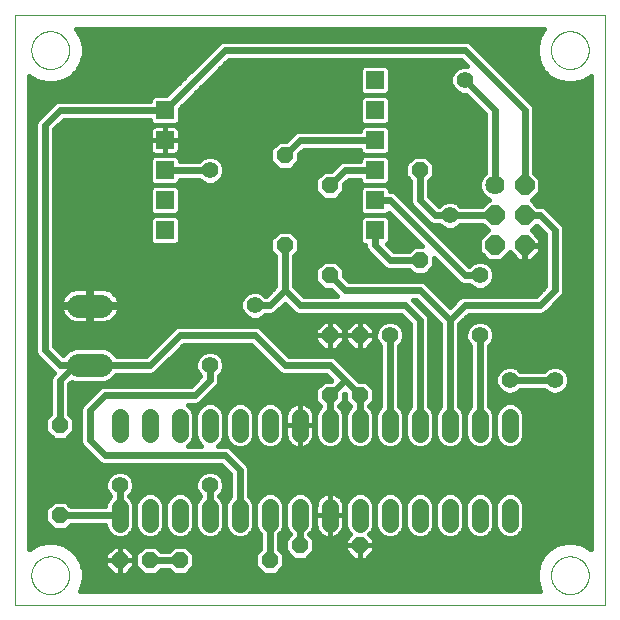
<source format=gbl>
G75*
%MOIN*%
%OFA0B0*%
%FSLAX25Y25*%
%IPPOS*%
%LPD*%
%AMOC8*
5,1,8,0,0,1.08239X$1,22.5*
%
%ADD10C,0.00000*%
%ADD11OC8,0.05600*%
%ADD12C,0.05600*%
%ADD13R,0.05943X0.05943*%
%ADD14C,0.06400*%
%ADD15OC8,0.06400*%
%ADD16C,0.07800*%
%ADD17C,0.01600*%
%ADD18C,0.02400*%
%ADD19C,0.05550*%
D10*
X0011800Y0011800D02*
X0011800Y0208650D01*
X0208650Y0208650D01*
X0208650Y0011800D01*
X0011800Y0011800D01*
X0017312Y0021800D02*
X0017314Y0021958D01*
X0017320Y0022116D01*
X0017330Y0022274D01*
X0017344Y0022432D01*
X0017362Y0022589D01*
X0017383Y0022746D01*
X0017409Y0022902D01*
X0017439Y0023058D01*
X0017472Y0023213D01*
X0017510Y0023366D01*
X0017551Y0023519D01*
X0017596Y0023671D01*
X0017645Y0023822D01*
X0017698Y0023971D01*
X0017754Y0024119D01*
X0017814Y0024265D01*
X0017878Y0024410D01*
X0017946Y0024553D01*
X0018017Y0024695D01*
X0018091Y0024835D01*
X0018169Y0024972D01*
X0018251Y0025108D01*
X0018335Y0025242D01*
X0018424Y0025373D01*
X0018515Y0025502D01*
X0018610Y0025629D01*
X0018707Y0025754D01*
X0018808Y0025876D01*
X0018912Y0025995D01*
X0019019Y0026112D01*
X0019129Y0026226D01*
X0019242Y0026337D01*
X0019357Y0026446D01*
X0019475Y0026551D01*
X0019596Y0026653D01*
X0019719Y0026753D01*
X0019845Y0026849D01*
X0019973Y0026942D01*
X0020103Y0027032D01*
X0020236Y0027118D01*
X0020371Y0027202D01*
X0020507Y0027281D01*
X0020646Y0027358D01*
X0020787Y0027430D01*
X0020929Y0027500D01*
X0021073Y0027565D01*
X0021219Y0027627D01*
X0021366Y0027685D01*
X0021515Y0027740D01*
X0021665Y0027791D01*
X0021816Y0027838D01*
X0021968Y0027881D01*
X0022121Y0027920D01*
X0022276Y0027956D01*
X0022431Y0027987D01*
X0022587Y0028015D01*
X0022743Y0028039D01*
X0022900Y0028059D01*
X0023058Y0028075D01*
X0023215Y0028087D01*
X0023374Y0028095D01*
X0023532Y0028099D01*
X0023690Y0028099D01*
X0023848Y0028095D01*
X0024007Y0028087D01*
X0024164Y0028075D01*
X0024322Y0028059D01*
X0024479Y0028039D01*
X0024635Y0028015D01*
X0024791Y0027987D01*
X0024946Y0027956D01*
X0025101Y0027920D01*
X0025254Y0027881D01*
X0025406Y0027838D01*
X0025557Y0027791D01*
X0025707Y0027740D01*
X0025856Y0027685D01*
X0026003Y0027627D01*
X0026149Y0027565D01*
X0026293Y0027500D01*
X0026435Y0027430D01*
X0026576Y0027358D01*
X0026715Y0027281D01*
X0026851Y0027202D01*
X0026986Y0027118D01*
X0027119Y0027032D01*
X0027249Y0026942D01*
X0027377Y0026849D01*
X0027503Y0026753D01*
X0027626Y0026653D01*
X0027747Y0026551D01*
X0027865Y0026446D01*
X0027980Y0026337D01*
X0028093Y0026226D01*
X0028203Y0026112D01*
X0028310Y0025995D01*
X0028414Y0025876D01*
X0028515Y0025754D01*
X0028612Y0025629D01*
X0028707Y0025502D01*
X0028798Y0025373D01*
X0028887Y0025242D01*
X0028971Y0025108D01*
X0029053Y0024972D01*
X0029131Y0024835D01*
X0029205Y0024695D01*
X0029276Y0024553D01*
X0029344Y0024410D01*
X0029408Y0024265D01*
X0029468Y0024119D01*
X0029524Y0023971D01*
X0029577Y0023822D01*
X0029626Y0023671D01*
X0029671Y0023519D01*
X0029712Y0023366D01*
X0029750Y0023213D01*
X0029783Y0023058D01*
X0029813Y0022902D01*
X0029839Y0022746D01*
X0029860Y0022589D01*
X0029878Y0022432D01*
X0029892Y0022274D01*
X0029902Y0022116D01*
X0029908Y0021958D01*
X0029910Y0021800D01*
X0029908Y0021642D01*
X0029902Y0021484D01*
X0029892Y0021326D01*
X0029878Y0021168D01*
X0029860Y0021011D01*
X0029839Y0020854D01*
X0029813Y0020698D01*
X0029783Y0020542D01*
X0029750Y0020387D01*
X0029712Y0020234D01*
X0029671Y0020081D01*
X0029626Y0019929D01*
X0029577Y0019778D01*
X0029524Y0019629D01*
X0029468Y0019481D01*
X0029408Y0019335D01*
X0029344Y0019190D01*
X0029276Y0019047D01*
X0029205Y0018905D01*
X0029131Y0018765D01*
X0029053Y0018628D01*
X0028971Y0018492D01*
X0028887Y0018358D01*
X0028798Y0018227D01*
X0028707Y0018098D01*
X0028612Y0017971D01*
X0028515Y0017846D01*
X0028414Y0017724D01*
X0028310Y0017605D01*
X0028203Y0017488D01*
X0028093Y0017374D01*
X0027980Y0017263D01*
X0027865Y0017154D01*
X0027747Y0017049D01*
X0027626Y0016947D01*
X0027503Y0016847D01*
X0027377Y0016751D01*
X0027249Y0016658D01*
X0027119Y0016568D01*
X0026986Y0016482D01*
X0026851Y0016398D01*
X0026715Y0016319D01*
X0026576Y0016242D01*
X0026435Y0016170D01*
X0026293Y0016100D01*
X0026149Y0016035D01*
X0026003Y0015973D01*
X0025856Y0015915D01*
X0025707Y0015860D01*
X0025557Y0015809D01*
X0025406Y0015762D01*
X0025254Y0015719D01*
X0025101Y0015680D01*
X0024946Y0015644D01*
X0024791Y0015613D01*
X0024635Y0015585D01*
X0024479Y0015561D01*
X0024322Y0015541D01*
X0024164Y0015525D01*
X0024007Y0015513D01*
X0023848Y0015505D01*
X0023690Y0015501D01*
X0023532Y0015501D01*
X0023374Y0015505D01*
X0023215Y0015513D01*
X0023058Y0015525D01*
X0022900Y0015541D01*
X0022743Y0015561D01*
X0022587Y0015585D01*
X0022431Y0015613D01*
X0022276Y0015644D01*
X0022121Y0015680D01*
X0021968Y0015719D01*
X0021816Y0015762D01*
X0021665Y0015809D01*
X0021515Y0015860D01*
X0021366Y0015915D01*
X0021219Y0015973D01*
X0021073Y0016035D01*
X0020929Y0016100D01*
X0020787Y0016170D01*
X0020646Y0016242D01*
X0020507Y0016319D01*
X0020371Y0016398D01*
X0020236Y0016482D01*
X0020103Y0016568D01*
X0019973Y0016658D01*
X0019845Y0016751D01*
X0019719Y0016847D01*
X0019596Y0016947D01*
X0019475Y0017049D01*
X0019357Y0017154D01*
X0019242Y0017263D01*
X0019129Y0017374D01*
X0019019Y0017488D01*
X0018912Y0017605D01*
X0018808Y0017724D01*
X0018707Y0017846D01*
X0018610Y0017971D01*
X0018515Y0018098D01*
X0018424Y0018227D01*
X0018335Y0018358D01*
X0018251Y0018492D01*
X0018169Y0018628D01*
X0018091Y0018765D01*
X0018017Y0018905D01*
X0017946Y0019047D01*
X0017878Y0019190D01*
X0017814Y0019335D01*
X0017754Y0019481D01*
X0017698Y0019629D01*
X0017645Y0019778D01*
X0017596Y0019929D01*
X0017551Y0020081D01*
X0017510Y0020234D01*
X0017472Y0020387D01*
X0017439Y0020542D01*
X0017409Y0020698D01*
X0017383Y0020854D01*
X0017362Y0021011D01*
X0017344Y0021168D01*
X0017330Y0021326D01*
X0017320Y0021484D01*
X0017314Y0021642D01*
X0017312Y0021800D01*
X0017312Y0196839D02*
X0017314Y0196997D01*
X0017320Y0197155D01*
X0017330Y0197313D01*
X0017344Y0197471D01*
X0017362Y0197628D01*
X0017383Y0197785D01*
X0017409Y0197941D01*
X0017439Y0198097D01*
X0017472Y0198252D01*
X0017510Y0198405D01*
X0017551Y0198558D01*
X0017596Y0198710D01*
X0017645Y0198861D01*
X0017698Y0199010D01*
X0017754Y0199158D01*
X0017814Y0199304D01*
X0017878Y0199449D01*
X0017946Y0199592D01*
X0018017Y0199734D01*
X0018091Y0199874D01*
X0018169Y0200011D01*
X0018251Y0200147D01*
X0018335Y0200281D01*
X0018424Y0200412D01*
X0018515Y0200541D01*
X0018610Y0200668D01*
X0018707Y0200793D01*
X0018808Y0200915D01*
X0018912Y0201034D01*
X0019019Y0201151D01*
X0019129Y0201265D01*
X0019242Y0201376D01*
X0019357Y0201485D01*
X0019475Y0201590D01*
X0019596Y0201692D01*
X0019719Y0201792D01*
X0019845Y0201888D01*
X0019973Y0201981D01*
X0020103Y0202071D01*
X0020236Y0202157D01*
X0020371Y0202241D01*
X0020507Y0202320D01*
X0020646Y0202397D01*
X0020787Y0202469D01*
X0020929Y0202539D01*
X0021073Y0202604D01*
X0021219Y0202666D01*
X0021366Y0202724D01*
X0021515Y0202779D01*
X0021665Y0202830D01*
X0021816Y0202877D01*
X0021968Y0202920D01*
X0022121Y0202959D01*
X0022276Y0202995D01*
X0022431Y0203026D01*
X0022587Y0203054D01*
X0022743Y0203078D01*
X0022900Y0203098D01*
X0023058Y0203114D01*
X0023215Y0203126D01*
X0023374Y0203134D01*
X0023532Y0203138D01*
X0023690Y0203138D01*
X0023848Y0203134D01*
X0024007Y0203126D01*
X0024164Y0203114D01*
X0024322Y0203098D01*
X0024479Y0203078D01*
X0024635Y0203054D01*
X0024791Y0203026D01*
X0024946Y0202995D01*
X0025101Y0202959D01*
X0025254Y0202920D01*
X0025406Y0202877D01*
X0025557Y0202830D01*
X0025707Y0202779D01*
X0025856Y0202724D01*
X0026003Y0202666D01*
X0026149Y0202604D01*
X0026293Y0202539D01*
X0026435Y0202469D01*
X0026576Y0202397D01*
X0026715Y0202320D01*
X0026851Y0202241D01*
X0026986Y0202157D01*
X0027119Y0202071D01*
X0027249Y0201981D01*
X0027377Y0201888D01*
X0027503Y0201792D01*
X0027626Y0201692D01*
X0027747Y0201590D01*
X0027865Y0201485D01*
X0027980Y0201376D01*
X0028093Y0201265D01*
X0028203Y0201151D01*
X0028310Y0201034D01*
X0028414Y0200915D01*
X0028515Y0200793D01*
X0028612Y0200668D01*
X0028707Y0200541D01*
X0028798Y0200412D01*
X0028887Y0200281D01*
X0028971Y0200147D01*
X0029053Y0200011D01*
X0029131Y0199874D01*
X0029205Y0199734D01*
X0029276Y0199592D01*
X0029344Y0199449D01*
X0029408Y0199304D01*
X0029468Y0199158D01*
X0029524Y0199010D01*
X0029577Y0198861D01*
X0029626Y0198710D01*
X0029671Y0198558D01*
X0029712Y0198405D01*
X0029750Y0198252D01*
X0029783Y0198097D01*
X0029813Y0197941D01*
X0029839Y0197785D01*
X0029860Y0197628D01*
X0029878Y0197471D01*
X0029892Y0197313D01*
X0029902Y0197155D01*
X0029908Y0196997D01*
X0029910Y0196839D01*
X0029908Y0196681D01*
X0029902Y0196523D01*
X0029892Y0196365D01*
X0029878Y0196207D01*
X0029860Y0196050D01*
X0029839Y0195893D01*
X0029813Y0195737D01*
X0029783Y0195581D01*
X0029750Y0195426D01*
X0029712Y0195273D01*
X0029671Y0195120D01*
X0029626Y0194968D01*
X0029577Y0194817D01*
X0029524Y0194668D01*
X0029468Y0194520D01*
X0029408Y0194374D01*
X0029344Y0194229D01*
X0029276Y0194086D01*
X0029205Y0193944D01*
X0029131Y0193804D01*
X0029053Y0193667D01*
X0028971Y0193531D01*
X0028887Y0193397D01*
X0028798Y0193266D01*
X0028707Y0193137D01*
X0028612Y0193010D01*
X0028515Y0192885D01*
X0028414Y0192763D01*
X0028310Y0192644D01*
X0028203Y0192527D01*
X0028093Y0192413D01*
X0027980Y0192302D01*
X0027865Y0192193D01*
X0027747Y0192088D01*
X0027626Y0191986D01*
X0027503Y0191886D01*
X0027377Y0191790D01*
X0027249Y0191697D01*
X0027119Y0191607D01*
X0026986Y0191521D01*
X0026851Y0191437D01*
X0026715Y0191358D01*
X0026576Y0191281D01*
X0026435Y0191209D01*
X0026293Y0191139D01*
X0026149Y0191074D01*
X0026003Y0191012D01*
X0025856Y0190954D01*
X0025707Y0190899D01*
X0025557Y0190848D01*
X0025406Y0190801D01*
X0025254Y0190758D01*
X0025101Y0190719D01*
X0024946Y0190683D01*
X0024791Y0190652D01*
X0024635Y0190624D01*
X0024479Y0190600D01*
X0024322Y0190580D01*
X0024164Y0190564D01*
X0024007Y0190552D01*
X0023848Y0190544D01*
X0023690Y0190540D01*
X0023532Y0190540D01*
X0023374Y0190544D01*
X0023215Y0190552D01*
X0023058Y0190564D01*
X0022900Y0190580D01*
X0022743Y0190600D01*
X0022587Y0190624D01*
X0022431Y0190652D01*
X0022276Y0190683D01*
X0022121Y0190719D01*
X0021968Y0190758D01*
X0021816Y0190801D01*
X0021665Y0190848D01*
X0021515Y0190899D01*
X0021366Y0190954D01*
X0021219Y0191012D01*
X0021073Y0191074D01*
X0020929Y0191139D01*
X0020787Y0191209D01*
X0020646Y0191281D01*
X0020507Y0191358D01*
X0020371Y0191437D01*
X0020236Y0191521D01*
X0020103Y0191607D01*
X0019973Y0191697D01*
X0019845Y0191790D01*
X0019719Y0191886D01*
X0019596Y0191986D01*
X0019475Y0192088D01*
X0019357Y0192193D01*
X0019242Y0192302D01*
X0019129Y0192413D01*
X0019019Y0192527D01*
X0018912Y0192644D01*
X0018808Y0192763D01*
X0018707Y0192885D01*
X0018610Y0193010D01*
X0018515Y0193137D01*
X0018424Y0193266D01*
X0018335Y0193397D01*
X0018251Y0193531D01*
X0018169Y0193667D01*
X0018091Y0193804D01*
X0018017Y0193944D01*
X0017946Y0194086D01*
X0017878Y0194229D01*
X0017814Y0194374D01*
X0017754Y0194520D01*
X0017698Y0194668D01*
X0017645Y0194817D01*
X0017596Y0194968D01*
X0017551Y0195120D01*
X0017510Y0195273D01*
X0017472Y0195426D01*
X0017439Y0195581D01*
X0017409Y0195737D01*
X0017383Y0195893D01*
X0017362Y0196050D01*
X0017344Y0196207D01*
X0017330Y0196365D01*
X0017320Y0196523D01*
X0017314Y0196681D01*
X0017312Y0196839D01*
X0190540Y0196839D02*
X0190542Y0196997D01*
X0190548Y0197155D01*
X0190558Y0197313D01*
X0190572Y0197471D01*
X0190590Y0197628D01*
X0190611Y0197785D01*
X0190637Y0197941D01*
X0190667Y0198097D01*
X0190700Y0198252D01*
X0190738Y0198405D01*
X0190779Y0198558D01*
X0190824Y0198710D01*
X0190873Y0198861D01*
X0190926Y0199010D01*
X0190982Y0199158D01*
X0191042Y0199304D01*
X0191106Y0199449D01*
X0191174Y0199592D01*
X0191245Y0199734D01*
X0191319Y0199874D01*
X0191397Y0200011D01*
X0191479Y0200147D01*
X0191563Y0200281D01*
X0191652Y0200412D01*
X0191743Y0200541D01*
X0191838Y0200668D01*
X0191935Y0200793D01*
X0192036Y0200915D01*
X0192140Y0201034D01*
X0192247Y0201151D01*
X0192357Y0201265D01*
X0192470Y0201376D01*
X0192585Y0201485D01*
X0192703Y0201590D01*
X0192824Y0201692D01*
X0192947Y0201792D01*
X0193073Y0201888D01*
X0193201Y0201981D01*
X0193331Y0202071D01*
X0193464Y0202157D01*
X0193599Y0202241D01*
X0193735Y0202320D01*
X0193874Y0202397D01*
X0194015Y0202469D01*
X0194157Y0202539D01*
X0194301Y0202604D01*
X0194447Y0202666D01*
X0194594Y0202724D01*
X0194743Y0202779D01*
X0194893Y0202830D01*
X0195044Y0202877D01*
X0195196Y0202920D01*
X0195349Y0202959D01*
X0195504Y0202995D01*
X0195659Y0203026D01*
X0195815Y0203054D01*
X0195971Y0203078D01*
X0196128Y0203098D01*
X0196286Y0203114D01*
X0196443Y0203126D01*
X0196602Y0203134D01*
X0196760Y0203138D01*
X0196918Y0203138D01*
X0197076Y0203134D01*
X0197235Y0203126D01*
X0197392Y0203114D01*
X0197550Y0203098D01*
X0197707Y0203078D01*
X0197863Y0203054D01*
X0198019Y0203026D01*
X0198174Y0202995D01*
X0198329Y0202959D01*
X0198482Y0202920D01*
X0198634Y0202877D01*
X0198785Y0202830D01*
X0198935Y0202779D01*
X0199084Y0202724D01*
X0199231Y0202666D01*
X0199377Y0202604D01*
X0199521Y0202539D01*
X0199663Y0202469D01*
X0199804Y0202397D01*
X0199943Y0202320D01*
X0200079Y0202241D01*
X0200214Y0202157D01*
X0200347Y0202071D01*
X0200477Y0201981D01*
X0200605Y0201888D01*
X0200731Y0201792D01*
X0200854Y0201692D01*
X0200975Y0201590D01*
X0201093Y0201485D01*
X0201208Y0201376D01*
X0201321Y0201265D01*
X0201431Y0201151D01*
X0201538Y0201034D01*
X0201642Y0200915D01*
X0201743Y0200793D01*
X0201840Y0200668D01*
X0201935Y0200541D01*
X0202026Y0200412D01*
X0202115Y0200281D01*
X0202199Y0200147D01*
X0202281Y0200011D01*
X0202359Y0199874D01*
X0202433Y0199734D01*
X0202504Y0199592D01*
X0202572Y0199449D01*
X0202636Y0199304D01*
X0202696Y0199158D01*
X0202752Y0199010D01*
X0202805Y0198861D01*
X0202854Y0198710D01*
X0202899Y0198558D01*
X0202940Y0198405D01*
X0202978Y0198252D01*
X0203011Y0198097D01*
X0203041Y0197941D01*
X0203067Y0197785D01*
X0203088Y0197628D01*
X0203106Y0197471D01*
X0203120Y0197313D01*
X0203130Y0197155D01*
X0203136Y0196997D01*
X0203138Y0196839D01*
X0203136Y0196681D01*
X0203130Y0196523D01*
X0203120Y0196365D01*
X0203106Y0196207D01*
X0203088Y0196050D01*
X0203067Y0195893D01*
X0203041Y0195737D01*
X0203011Y0195581D01*
X0202978Y0195426D01*
X0202940Y0195273D01*
X0202899Y0195120D01*
X0202854Y0194968D01*
X0202805Y0194817D01*
X0202752Y0194668D01*
X0202696Y0194520D01*
X0202636Y0194374D01*
X0202572Y0194229D01*
X0202504Y0194086D01*
X0202433Y0193944D01*
X0202359Y0193804D01*
X0202281Y0193667D01*
X0202199Y0193531D01*
X0202115Y0193397D01*
X0202026Y0193266D01*
X0201935Y0193137D01*
X0201840Y0193010D01*
X0201743Y0192885D01*
X0201642Y0192763D01*
X0201538Y0192644D01*
X0201431Y0192527D01*
X0201321Y0192413D01*
X0201208Y0192302D01*
X0201093Y0192193D01*
X0200975Y0192088D01*
X0200854Y0191986D01*
X0200731Y0191886D01*
X0200605Y0191790D01*
X0200477Y0191697D01*
X0200347Y0191607D01*
X0200214Y0191521D01*
X0200079Y0191437D01*
X0199943Y0191358D01*
X0199804Y0191281D01*
X0199663Y0191209D01*
X0199521Y0191139D01*
X0199377Y0191074D01*
X0199231Y0191012D01*
X0199084Y0190954D01*
X0198935Y0190899D01*
X0198785Y0190848D01*
X0198634Y0190801D01*
X0198482Y0190758D01*
X0198329Y0190719D01*
X0198174Y0190683D01*
X0198019Y0190652D01*
X0197863Y0190624D01*
X0197707Y0190600D01*
X0197550Y0190580D01*
X0197392Y0190564D01*
X0197235Y0190552D01*
X0197076Y0190544D01*
X0196918Y0190540D01*
X0196760Y0190540D01*
X0196602Y0190544D01*
X0196443Y0190552D01*
X0196286Y0190564D01*
X0196128Y0190580D01*
X0195971Y0190600D01*
X0195815Y0190624D01*
X0195659Y0190652D01*
X0195504Y0190683D01*
X0195349Y0190719D01*
X0195196Y0190758D01*
X0195044Y0190801D01*
X0194893Y0190848D01*
X0194743Y0190899D01*
X0194594Y0190954D01*
X0194447Y0191012D01*
X0194301Y0191074D01*
X0194157Y0191139D01*
X0194015Y0191209D01*
X0193874Y0191281D01*
X0193735Y0191358D01*
X0193599Y0191437D01*
X0193464Y0191521D01*
X0193331Y0191607D01*
X0193201Y0191697D01*
X0193073Y0191790D01*
X0192947Y0191886D01*
X0192824Y0191986D01*
X0192703Y0192088D01*
X0192585Y0192193D01*
X0192470Y0192302D01*
X0192357Y0192413D01*
X0192247Y0192527D01*
X0192140Y0192644D01*
X0192036Y0192763D01*
X0191935Y0192885D01*
X0191838Y0193010D01*
X0191743Y0193137D01*
X0191652Y0193266D01*
X0191563Y0193397D01*
X0191479Y0193531D01*
X0191397Y0193667D01*
X0191319Y0193804D01*
X0191245Y0193944D01*
X0191174Y0194086D01*
X0191106Y0194229D01*
X0191042Y0194374D01*
X0190982Y0194520D01*
X0190926Y0194668D01*
X0190873Y0194817D01*
X0190824Y0194968D01*
X0190779Y0195120D01*
X0190738Y0195273D01*
X0190700Y0195426D01*
X0190667Y0195581D01*
X0190637Y0195737D01*
X0190611Y0195893D01*
X0190590Y0196050D01*
X0190572Y0196207D01*
X0190558Y0196365D01*
X0190548Y0196523D01*
X0190542Y0196681D01*
X0190540Y0196839D01*
X0190540Y0021800D02*
X0190542Y0021958D01*
X0190548Y0022116D01*
X0190558Y0022274D01*
X0190572Y0022432D01*
X0190590Y0022589D01*
X0190611Y0022746D01*
X0190637Y0022902D01*
X0190667Y0023058D01*
X0190700Y0023213D01*
X0190738Y0023366D01*
X0190779Y0023519D01*
X0190824Y0023671D01*
X0190873Y0023822D01*
X0190926Y0023971D01*
X0190982Y0024119D01*
X0191042Y0024265D01*
X0191106Y0024410D01*
X0191174Y0024553D01*
X0191245Y0024695D01*
X0191319Y0024835D01*
X0191397Y0024972D01*
X0191479Y0025108D01*
X0191563Y0025242D01*
X0191652Y0025373D01*
X0191743Y0025502D01*
X0191838Y0025629D01*
X0191935Y0025754D01*
X0192036Y0025876D01*
X0192140Y0025995D01*
X0192247Y0026112D01*
X0192357Y0026226D01*
X0192470Y0026337D01*
X0192585Y0026446D01*
X0192703Y0026551D01*
X0192824Y0026653D01*
X0192947Y0026753D01*
X0193073Y0026849D01*
X0193201Y0026942D01*
X0193331Y0027032D01*
X0193464Y0027118D01*
X0193599Y0027202D01*
X0193735Y0027281D01*
X0193874Y0027358D01*
X0194015Y0027430D01*
X0194157Y0027500D01*
X0194301Y0027565D01*
X0194447Y0027627D01*
X0194594Y0027685D01*
X0194743Y0027740D01*
X0194893Y0027791D01*
X0195044Y0027838D01*
X0195196Y0027881D01*
X0195349Y0027920D01*
X0195504Y0027956D01*
X0195659Y0027987D01*
X0195815Y0028015D01*
X0195971Y0028039D01*
X0196128Y0028059D01*
X0196286Y0028075D01*
X0196443Y0028087D01*
X0196602Y0028095D01*
X0196760Y0028099D01*
X0196918Y0028099D01*
X0197076Y0028095D01*
X0197235Y0028087D01*
X0197392Y0028075D01*
X0197550Y0028059D01*
X0197707Y0028039D01*
X0197863Y0028015D01*
X0198019Y0027987D01*
X0198174Y0027956D01*
X0198329Y0027920D01*
X0198482Y0027881D01*
X0198634Y0027838D01*
X0198785Y0027791D01*
X0198935Y0027740D01*
X0199084Y0027685D01*
X0199231Y0027627D01*
X0199377Y0027565D01*
X0199521Y0027500D01*
X0199663Y0027430D01*
X0199804Y0027358D01*
X0199943Y0027281D01*
X0200079Y0027202D01*
X0200214Y0027118D01*
X0200347Y0027032D01*
X0200477Y0026942D01*
X0200605Y0026849D01*
X0200731Y0026753D01*
X0200854Y0026653D01*
X0200975Y0026551D01*
X0201093Y0026446D01*
X0201208Y0026337D01*
X0201321Y0026226D01*
X0201431Y0026112D01*
X0201538Y0025995D01*
X0201642Y0025876D01*
X0201743Y0025754D01*
X0201840Y0025629D01*
X0201935Y0025502D01*
X0202026Y0025373D01*
X0202115Y0025242D01*
X0202199Y0025108D01*
X0202281Y0024972D01*
X0202359Y0024835D01*
X0202433Y0024695D01*
X0202504Y0024553D01*
X0202572Y0024410D01*
X0202636Y0024265D01*
X0202696Y0024119D01*
X0202752Y0023971D01*
X0202805Y0023822D01*
X0202854Y0023671D01*
X0202899Y0023519D01*
X0202940Y0023366D01*
X0202978Y0023213D01*
X0203011Y0023058D01*
X0203041Y0022902D01*
X0203067Y0022746D01*
X0203088Y0022589D01*
X0203106Y0022432D01*
X0203120Y0022274D01*
X0203130Y0022116D01*
X0203136Y0021958D01*
X0203138Y0021800D01*
X0203136Y0021642D01*
X0203130Y0021484D01*
X0203120Y0021326D01*
X0203106Y0021168D01*
X0203088Y0021011D01*
X0203067Y0020854D01*
X0203041Y0020698D01*
X0203011Y0020542D01*
X0202978Y0020387D01*
X0202940Y0020234D01*
X0202899Y0020081D01*
X0202854Y0019929D01*
X0202805Y0019778D01*
X0202752Y0019629D01*
X0202696Y0019481D01*
X0202636Y0019335D01*
X0202572Y0019190D01*
X0202504Y0019047D01*
X0202433Y0018905D01*
X0202359Y0018765D01*
X0202281Y0018628D01*
X0202199Y0018492D01*
X0202115Y0018358D01*
X0202026Y0018227D01*
X0201935Y0018098D01*
X0201840Y0017971D01*
X0201743Y0017846D01*
X0201642Y0017724D01*
X0201538Y0017605D01*
X0201431Y0017488D01*
X0201321Y0017374D01*
X0201208Y0017263D01*
X0201093Y0017154D01*
X0200975Y0017049D01*
X0200854Y0016947D01*
X0200731Y0016847D01*
X0200605Y0016751D01*
X0200477Y0016658D01*
X0200347Y0016568D01*
X0200214Y0016482D01*
X0200079Y0016398D01*
X0199943Y0016319D01*
X0199804Y0016242D01*
X0199663Y0016170D01*
X0199521Y0016100D01*
X0199377Y0016035D01*
X0199231Y0015973D01*
X0199084Y0015915D01*
X0198935Y0015860D01*
X0198785Y0015809D01*
X0198634Y0015762D01*
X0198482Y0015719D01*
X0198329Y0015680D01*
X0198174Y0015644D01*
X0198019Y0015613D01*
X0197863Y0015585D01*
X0197707Y0015561D01*
X0197550Y0015541D01*
X0197392Y0015525D01*
X0197235Y0015513D01*
X0197076Y0015505D01*
X0196918Y0015501D01*
X0196760Y0015501D01*
X0196602Y0015505D01*
X0196443Y0015513D01*
X0196286Y0015525D01*
X0196128Y0015541D01*
X0195971Y0015561D01*
X0195815Y0015585D01*
X0195659Y0015613D01*
X0195504Y0015644D01*
X0195349Y0015680D01*
X0195196Y0015719D01*
X0195044Y0015762D01*
X0194893Y0015809D01*
X0194743Y0015860D01*
X0194594Y0015915D01*
X0194447Y0015973D01*
X0194301Y0016035D01*
X0194157Y0016100D01*
X0194015Y0016170D01*
X0193874Y0016242D01*
X0193735Y0016319D01*
X0193599Y0016398D01*
X0193464Y0016482D01*
X0193331Y0016568D01*
X0193201Y0016658D01*
X0193073Y0016751D01*
X0192947Y0016847D01*
X0192824Y0016947D01*
X0192703Y0017049D01*
X0192585Y0017154D01*
X0192470Y0017263D01*
X0192357Y0017374D01*
X0192247Y0017488D01*
X0192140Y0017605D01*
X0192036Y0017724D01*
X0191935Y0017846D01*
X0191838Y0017971D01*
X0191743Y0018098D01*
X0191652Y0018227D01*
X0191563Y0018358D01*
X0191479Y0018492D01*
X0191397Y0018628D01*
X0191319Y0018765D01*
X0191245Y0018905D01*
X0191174Y0019047D01*
X0191106Y0019190D01*
X0191042Y0019335D01*
X0190982Y0019481D01*
X0190926Y0019629D01*
X0190873Y0019778D01*
X0190824Y0019929D01*
X0190779Y0020081D01*
X0190738Y0020234D01*
X0190700Y0020387D01*
X0190667Y0020542D01*
X0190637Y0020698D01*
X0190611Y0020854D01*
X0190590Y0021011D01*
X0190572Y0021168D01*
X0190558Y0021326D01*
X0190548Y0021484D01*
X0190542Y0021642D01*
X0190540Y0021800D01*
D11*
X0126800Y0031800D03*
X0106800Y0031800D03*
X0096800Y0026800D03*
X0066800Y0026800D03*
X0056800Y0026800D03*
X0046800Y0026800D03*
X0026800Y0041800D03*
X0026800Y0071800D03*
X0101800Y0131800D03*
X0116800Y0121800D03*
X0116800Y0101800D03*
X0126800Y0101800D03*
X0126800Y0081800D03*
X0116800Y0081800D03*
X0146800Y0126800D03*
X0146800Y0156800D03*
X0116800Y0151800D03*
X0101800Y0161800D03*
D12*
X0096800Y0074600D02*
X0096800Y0069000D01*
X0106800Y0069000D02*
X0106800Y0074600D01*
X0116800Y0074600D02*
X0116800Y0069000D01*
X0126800Y0069000D02*
X0126800Y0074600D01*
X0136800Y0074600D02*
X0136800Y0069000D01*
X0146800Y0069000D02*
X0146800Y0074600D01*
X0156800Y0074600D02*
X0156800Y0069000D01*
X0166800Y0069000D02*
X0166800Y0074600D01*
X0176800Y0074600D02*
X0176800Y0069000D01*
X0176800Y0044600D02*
X0176800Y0039000D01*
X0166800Y0039000D02*
X0166800Y0044600D01*
X0156800Y0044600D02*
X0156800Y0039000D01*
X0146800Y0039000D02*
X0146800Y0044600D01*
X0136800Y0044600D02*
X0136800Y0039000D01*
X0126800Y0039000D02*
X0126800Y0044600D01*
X0116800Y0044600D02*
X0116800Y0039000D01*
X0106800Y0039000D02*
X0106800Y0044600D01*
X0096800Y0044600D02*
X0096800Y0039000D01*
X0086800Y0039000D02*
X0086800Y0044600D01*
X0076800Y0044600D02*
X0076800Y0039000D01*
X0066800Y0039000D02*
X0066800Y0044600D01*
X0056800Y0044600D02*
X0056800Y0039000D01*
X0046800Y0039000D02*
X0046800Y0044600D01*
X0046800Y0069000D02*
X0046800Y0074600D01*
X0056800Y0074600D02*
X0056800Y0069000D01*
X0066800Y0069000D02*
X0066800Y0074600D01*
X0076800Y0074600D02*
X0076800Y0069000D01*
X0086800Y0069000D02*
X0086800Y0074600D01*
D13*
X0061800Y0136800D03*
X0061800Y0146800D03*
X0061800Y0156800D03*
X0061800Y0166800D03*
X0061800Y0176800D03*
X0131800Y0176800D03*
X0131800Y0166800D03*
X0131800Y0156800D03*
X0131800Y0146800D03*
X0131800Y0136800D03*
X0131800Y0186800D03*
D14*
X0171800Y0151800D03*
D15*
X0171800Y0141800D03*
X0171800Y0131800D03*
X0181800Y0131800D03*
X0181800Y0141800D03*
X0181800Y0151800D03*
D16*
X0040700Y0111700D02*
X0032900Y0111700D01*
X0032900Y0091900D02*
X0040700Y0091900D01*
D17*
X0044423Y0096521D02*
X0056996Y0096521D01*
X0055475Y0095000D02*
X0045802Y0095000D01*
X0045702Y0095242D01*
X0044042Y0096902D01*
X0041874Y0097800D01*
X0031726Y0097800D01*
X0029558Y0096902D01*
X0027898Y0095242D01*
X0027894Y0095232D01*
X0025000Y0098125D01*
X0025000Y0170475D01*
X0028125Y0173600D01*
X0056828Y0173600D01*
X0056828Y0173000D01*
X0058000Y0171828D01*
X0065600Y0171828D01*
X0066772Y0173000D01*
X0066772Y0177246D01*
X0083125Y0193600D01*
X0160475Y0193600D01*
X0162500Y0191575D01*
X0160850Y0191575D01*
X0159095Y0190848D01*
X0157752Y0189505D01*
X0157025Y0187750D01*
X0157025Y0185850D01*
X0157752Y0184095D01*
X0159095Y0182752D01*
X0160850Y0182025D01*
X0162049Y0182025D01*
X0168600Y0175475D01*
X0168600Y0155954D01*
X0167392Y0154746D01*
X0166600Y0152834D01*
X0166600Y0150766D01*
X0167392Y0148854D01*
X0168854Y0147392D01*
X0169800Y0147000D01*
X0169646Y0147000D01*
X0167646Y0145000D01*
X0160353Y0145000D01*
X0159505Y0145848D01*
X0157750Y0146575D01*
X0155850Y0146575D01*
X0154095Y0145848D01*
X0153247Y0145000D01*
X0153125Y0145000D01*
X0150000Y0148125D01*
X0150000Y0153212D01*
X0151600Y0154812D01*
X0151600Y0158788D01*
X0148788Y0161600D01*
X0144812Y0161600D01*
X0142000Y0158788D01*
X0142000Y0154812D01*
X0143600Y0153212D01*
X0143600Y0146163D01*
X0144087Y0144987D01*
X0144987Y0144087D01*
X0149987Y0139087D01*
X0151163Y0138600D01*
X0153247Y0138600D01*
X0154095Y0137752D01*
X0155850Y0137025D01*
X0157750Y0137025D01*
X0159505Y0137752D01*
X0160353Y0138600D01*
X0167646Y0138600D01*
X0169446Y0136800D01*
X0166600Y0133954D01*
X0166600Y0129646D01*
X0169646Y0126600D01*
X0173954Y0126600D01*
X0176800Y0129446D01*
X0179646Y0126600D01*
X0181600Y0126600D01*
X0181600Y0131600D01*
X0182000Y0131600D01*
X0182000Y0132000D01*
X0187000Y0132000D01*
X0187000Y0133954D01*
X0184154Y0136800D01*
X0185714Y0138360D01*
X0188600Y0135475D01*
X0188600Y0118125D01*
X0185475Y0115000D01*
X0161163Y0115000D01*
X0159987Y0114513D01*
X0156800Y0111325D01*
X0148613Y0119513D01*
X0147437Y0120000D01*
X0123125Y0120000D01*
X0121600Y0121525D01*
X0121600Y0123788D01*
X0118788Y0126600D01*
X0114812Y0126600D01*
X0112000Y0123788D01*
X0112000Y0119812D01*
X0114812Y0117000D01*
X0117075Y0117000D01*
X0119075Y0115000D01*
X0108125Y0115000D01*
X0105000Y0118125D01*
X0105000Y0128212D01*
X0106600Y0129812D01*
X0106600Y0133788D01*
X0103788Y0136600D01*
X0099812Y0136600D01*
X0097000Y0133788D01*
X0097000Y0129812D01*
X0098600Y0128212D01*
X0098600Y0118125D01*
X0095475Y0115000D01*
X0095353Y0115000D01*
X0094505Y0115848D01*
X0092750Y0116575D01*
X0090850Y0116575D01*
X0089095Y0115848D01*
X0087752Y0114505D01*
X0087025Y0112750D01*
X0087025Y0110850D01*
X0087752Y0109095D01*
X0089095Y0107752D01*
X0090850Y0107025D01*
X0092750Y0107025D01*
X0094505Y0107752D01*
X0095353Y0108600D01*
X0097437Y0108600D01*
X0098613Y0109087D01*
X0101800Y0112275D01*
X0104087Y0109987D01*
X0104987Y0109087D01*
X0106163Y0108600D01*
X0140475Y0108600D01*
X0143600Y0105475D01*
X0143600Y0078188D01*
X0142731Y0077319D01*
X0142000Y0075555D01*
X0142000Y0068045D01*
X0142731Y0066281D01*
X0144081Y0064931D01*
X0145845Y0064200D01*
X0147755Y0064200D01*
X0149519Y0064931D01*
X0150869Y0066281D01*
X0151600Y0068045D01*
X0151600Y0075555D01*
X0150869Y0077319D01*
X0150000Y0078188D01*
X0150000Y0107437D01*
X0149513Y0108613D01*
X0148613Y0109513D01*
X0144525Y0113600D01*
X0145475Y0113600D01*
X0153600Y0105475D01*
X0153600Y0078188D01*
X0152731Y0077319D01*
X0152000Y0075555D01*
X0152000Y0068045D01*
X0152731Y0066281D01*
X0154081Y0064931D01*
X0155845Y0064200D01*
X0157755Y0064200D01*
X0159519Y0064931D01*
X0160869Y0066281D01*
X0161600Y0068045D01*
X0161600Y0075555D01*
X0160869Y0077319D01*
X0160000Y0078188D01*
X0160000Y0105475D01*
X0163125Y0108600D01*
X0187437Y0108600D01*
X0188613Y0109087D01*
X0189513Y0109987D01*
X0189513Y0109987D01*
X0193613Y0114087D01*
X0194513Y0114987D01*
X0195000Y0116163D01*
X0195000Y0137437D01*
X0194513Y0138613D01*
X0193613Y0139513D01*
X0188613Y0144513D01*
X0187437Y0145000D01*
X0185954Y0145000D01*
X0184154Y0146800D01*
X0187000Y0149646D01*
X0187000Y0153954D01*
X0185000Y0155954D01*
X0185000Y0177437D01*
X0184513Y0178613D01*
X0183613Y0179513D01*
X0163613Y0199513D01*
X0162437Y0200000D01*
X0081163Y0200000D01*
X0079987Y0199513D01*
X0079087Y0198613D01*
X0062246Y0181772D01*
X0058000Y0181772D01*
X0056828Y0180600D01*
X0056828Y0180000D01*
X0026163Y0180000D01*
X0024987Y0179513D01*
X0024087Y0178613D01*
X0024087Y0178613D01*
X0019087Y0173613D01*
X0018600Y0172437D01*
X0018600Y0096163D01*
X0019087Y0094987D01*
X0024775Y0089300D01*
X0024087Y0088613D01*
X0023600Y0087437D01*
X0023600Y0075388D01*
X0022000Y0073788D01*
X0022000Y0069812D01*
X0024812Y0067000D01*
X0028788Y0067000D01*
X0031600Y0069812D01*
X0031600Y0073788D01*
X0030000Y0075388D01*
X0030000Y0085475D01*
X0030877Y0086352D01*
X0031726Y0086000D01*
X0041874Y0086000D01*
X0044042Y0086898D01*
X0045702Y0088558D01*
X0045719Y0088600D01*
X0057437Y0088600D01*
X0058613Y0089087D01*
X0068125Y0098600D01*
X0090475Y0098600D01*
X0099987Y0089087D01*
X0101163Y0088600D01*
X0115475Y0088600D01*
X0117275Y0086800D01*
X0117075Y0086600D01*
X0114812Y0086600D01*
X0112000Y0083788D01*
X0112000Y0079812D01*
X0113600Y0078212D01*
X0113600Y0078188D01*
X0112731Y0077319D01*
X0112000Y0075555D01*
X0112000Y0068045D01*
X0112731Y0066281D01*
X0114081Y0064931D01*
X0115845Y0064200D01*
X0117755Y0064200D01*
X0119519Y0064931D01*
X0120869Y0066281D01*
X0121600Y0068045D01*
X0121600Y0075555D01*
X0120869Y0077319D01*
X0120000Y0078188D01*
X0120000Y0078212D01*
X0121600Y0079812D01*
X0121600Y0082075D01*
X0121800Y0082275D01*
X0122000Y0082075D01*
X0122000Y0079812D01*
X0123600Y0078212D01*
X0123600Y0078188D01*
X0122731Y0077319D01*
X0122000Y0075555D01*
X0122000Y0068045D01*
X0122731Y0066281D01*
X0124081Y0064931D01*
X0125845Y0064200D01*
X0127755Y0064200D01*
X0129519Y0064931D01*
X0130869Y0066281D01*
X0131600Y0068045D01*
X0131600Y0075555D01*
X0130869Y0077319D01*
X0130000Y0078188D01*
X0130000Y0078212D01*
X0131600Y0079812D01*
X0131600Y0083788D01*
X0128788Y0086600D01*
X0126525Y0086600D01*
X0123613Y0089513D01*
X0118613Y0094513D01*
X0117437Y0095000D01*
X0103125Y0095000D01*
X0093613Y0104513D01*
X0092437Y0105000D01*
X0066163Y0105000D01*
X0064987Y0104513D01*
X0064087Y0103613D01*
X0055475Y0095000D01*
X0058594Y0098120D02*
X0025006Y0098120D01*
X0025000Y0099718D02*
X0060193Y0099718D01*
X0061791Y0101317D02*
X0025000Y0101317D01*
X0025000Y0102915D02*
X0063390Y0102915D01*
X0064989Y0104514D02*
X0025000Y0104514D01*
X0025000Y0106112D02*
X0031005Y0106112D01*
X0030635Y0106232D02*
X0031518Y0105945D01*
X0032436Y0105800D01*
X0036300Y0105800D01*
X0036300Y0111200D01*
X0037300Y0111200D01*
X0037300Y0112200D01*
X0036300Y0112200D01*
X0036300Y0117600D01*
X0032436Y0117600D01*
X0031518Y0117455D01*
X0030635Y0117168D01*
X0029808Y0116746D01*
X0029056Y0116200D01*
X0028400Y0115544D01*
X0027854Y0114792D01*
X0027432Y0113965D01*
X0027145Y0113082D01*
X0027006Y0112200D01*
X0036300Y0112200D01*
X0036300Y0111200D01*
X0027006Y0111200D01*
X0027145Y0110318D01*
X0027432Y0109435D01*
X0027854Y0108608D01*
X0028400Y0107856D01*
X0029056Y0107200D01*
X0029808Y0106654D01*
X0030635Y0106232D01*
X0028545Y0107711D02*
X0025000Y0107711D01*
X0025000Y0109309D02*
X0027496Y0109309D01*
X0027052Y0110908D02*
X0025000Y0110908D01*
X0025000Y0112506D02*
X0027054Y0112506D01*
X0027504Y0114105D02*
X0025000Y0114105D01*
X0025000Y0115703D02*
X0028559Y0115703D01*
X0031048Y0117302D02*
X0025000Y0117302D01*
X0025000Y0118900D02*
X0098600Y0118900D01*
X0098600Y0120499D02*
X0025000Y0120499D01*
X0025000Y0122097D02*
X0098600Y0122097D01*
X0098600Y0123696D02*
X0025000Y0123696D01*
X0025000Y0125294D02*
X0098600Y0125294D01*
X0098600Y0126893D02*
X0025000Y0126893D01*
X0025000Y0128491D02*
X0098320Y0128491D01*
X0097000Y0130090D02*
X0025000Y0130090D01*
X0025000Y0131688D02*
X0097000Y0131688D01*
X0097000Y0133287D02*
X0066772Y0133287D01*
X0066772Y0133000D02*
X0065600Y0131828D01*
X0058000Y0131828D01*
X0056828Y0133000D01*
X0056828Y0140600D01*
X0058000Y0141772D01*
X0065600Y0141772D01*
X0066772Y0140600D01*
X0066772Y0133000D01*
X0066772Y0134885D02*
X0098097Y0134885D01*
X0099696Y0136484D02*
X0066772Y0136484D01*
X0066772Y0138082D02*
X0126828Y0138082D01*
X0126828Y0136484D02*
X0103904Y0136484D01*
X0105503Y0134885D02*
X0126828Y0134885D01*
X0126828Y0133287D02*
X0106600Y0133287D01*
X0106600Y0131688D02*
X0128600Y0131688D01*
X0128600Y0131828D02*
X0128600Y0131163D01*
X0129087Y0129987D01*
X0129987Y0129087D01*
X0134987Y0124087D01*
X0136163Y0123600D01*
X0143212Y0123600D01*
X0144812Y0122000D01*
X0148788Y0122000D01*
X0151600Y0124812D01*
X0151600Y0127475D01*
X0159087Y0119987D01*
X0159987Y0119087D01*
X0161163Y0118600D01*
X0163247Y0118600D01*
X0164095Y0117752D01*
X0165850Y0117025D01*
X0167750Y0117025D01*
X0169505Y0117752D01*
X0170848Y0119095D01*
X0171575Y0120850D01*
X0171575Y0122750D01*
X0170848Y0124505D01*
X0169505Y0125848D01*
X0167750Y0126575D01*
X0165850Y0126575D01*
X0164095Y0125848D01*
X0163247Y0125000D01*
X0163125Y0125000D01*
X0138613Y0149513D01*
X0137437Y0150000D01*
X0136772Y0150000D01*
X0136772Y0150600D01*
X0135600Y0151772D01*
X0128000Y0151772D01*
X0126828Y0150600D01*
X0126828Y0143000D01*
X0128000Y0141828D01*
X0135600Y0141828D01*
X0136423Y0142651D01*
X0147475Y0131600D01*
X0144812Y0131600D01*
X0143212Y0130000D01*
X0138125Y0130000D01*
X0135949Y0132177D01*
X0136772Y0133000D01*
X0136772Y0140600D01*
X0135600Y0141772D01*
X0128000Y0141772D01*
X0126828Y0140600D01*
X0126828Y0133000D01*
X0128000Y0131828D01*
X0128600Y0131828D01*
X0129045Y0130090D02*
X0106600Y0130090D01*
X0105280Y0128491D02*
X0130583Y0128491D01*
X0132182Y0126893D02*
X0105000Y0126893D01*
X0105000Y0125294D02*
X0113506Y0125294D01*
X0112000Y0123696D02*
X0105000Y0123696D01*
X0105000Y0122097D02*
X0112000Y0122097D01*
X0112000Y0120499D02*
X0105000Y0120499D01*
X0105000Y0118900D02*
X0112912Y0118900D01*
X0114510Y0117302D02*
X0105824Y0117302D01*
X0107422Y0115703D02*
X0118371Y0115703D01*
X0122627Y0120499D02*
X0158576Y0120499D01*
X0156977Y0122097D02*
X0148885Y0122097D01*
X0150484Y0123696D02*
X0155379Y0123696D01*
X0153780Y0125294D02*
X0151600Y0125294D01*
X0151600Y0126893D02*
X0152182Y0126893D01*
X0156437Y0131688D02*
X0166600Y0131688D01*
X0166600Y0130090D02*
X0158036Y0130090D01*
X0159634Y0128491D02*
X0167755Y0128491D01*
X0169353Y0126893D02*
X0161233Y0126893D01*
X0162831Y0125294D02*
X0163542Y0125294D01*
X0160439Y0118900D02*
X0149225Y0118900D01*
X0150824Y0117302D02*
X0165183Y0117302D01*
X0168417Y0117302D02*
X0187776Y0117302D01*
X0188600Y0118900D02*
X0170653Y0118900D01*
X0171429Y0120499D02*
X0188600Y0120499D01*
X0188600Y0122097D02*
X0171575Y0122097D01*
X0171183Y0123696D02*
X0188600Y0123696D01*
X0188600Y0125294D02*
X0170058Y0125294D01*
X0174247Y0126893D02*
X0179353Y0126893D01*
X0181600Y0126893D02*
X0182000Y0126893D01*
X0182000Y0126600D02*
X0183954Y0126600D01*
X0187000Y0129646D01*
X0187000Y0131600D01*
X0182000Y0131600D01*
X0182000Y0126600D01*
X0182000Y0128491D02*
X0181600Y0128491D01*
X0181600Y0130090D02*
X0182000Y0130090D01*
X0182000Y0131688D02*
X0188600Y0131688D01*
X0188600Y0130090D02*
X0187000Y0130090D01*
X0185845Y0128491D02*
X0188600Y0128491D01*
X0188600Y0126893D02*
X0184247Y0126893D01*
X0187000Y0133287D02*
X0188600Y0133287D01*
X0188600Y0134885D02*
X0186069Y0134885D01*
X0187591Y0136484D02*
X0184470Y0136484D01*
X0185436Y0138082D02*
X0185992Y0138082D01*
X0190248Y0142878D02*
X0203850Y0142878D01*
X0203850Y0144476D02*
X0188649Y0144476D01*
X0191846Y0141279D02*
X0203850Y0141279D01*
X0203850Y0139681D02*
X0193445Y0139681D01*
X0194732Y0138082D02*
X0203850Y0138082D01*
X0203850Y0136484D02*
X0195000Y0136484D01*
X0195000Y0134885D02*
X0203850Y0134885D01*
X0203850Y0133287D02*
X0195000Y0133287D01*
X0195000Y0131688D02*
X0203850Y0131688D01*
X0203850Y0130090D02*
X0195000Y0130090D01*
X0195000Y0128491D02*
X0203850Y0128491D01*
X0203850Y0126893D02*
X0195000Y0126893D01*
X0195000Y0125294D02*
X0203850Y0125294D01*
X0203850Y0123696D02*
X0195000Y0123696D01*
X0195000Y0122097D02*
X0203850Y0122097D01*
X0203850Y0120499D02*
X0195000Y0120499D01*
X0195000Y0118900D02*
X0203850Y0118900D01*
X0203850Y0117302D02*
X0195000Y0117302D01*
X0194809Y0115703D02*
X0203850Y0115703D01*
X0203850Y0114105D02*
X0193630Y0114105D01*
X0193613Y0114087D02*
X0193613Y0114087D01*
X0192032Y0112506D02*
X0203850Y0112506D01*
X0203850Y0110908D02*
X0190433Y0110908D01*
X0188835Y0109309D02*
X0203850Y0109309D01*
X0203850Y0107711D02*
X0162236Y0107711D01*
X0160638Y0106112D02*
X0164733Y0106112D01*
X0164095Y0105848D02*
X0162752Y0104505D01*
X0162025Y0102750D01*
X0162025Y0100850D01*
X0162752Y0099095D01*
X0163600Y0098247D01*
X0163600Y0078188D01*
X0162731Y0077319D01*
X0162000Y0075555D01*
X0162000Y0068045D01*
X0162731Y0066281D01*
X0164081Y0064931D01*
X0165845Y0064200D01*
X0167755Y0064200D01*
X0169519Y0064931D01*
X0170869Y0066281D01*
X0171600Y0068045D01*
X0171600Y0075555D01*
X0170869Y0077319D01*
X0170000Y0078188D01*
X0170000Y0098247D01*
X0170848Y0099095D01*
X0171575Y0100850D01*
X0171575Y0102750D01*
X0170848Y0104505D01*
X0169505Y0105848D01*
X0167750Y0106575D01*
X0165850Y0106575D01*
X0164095Y0105848D01*
X0162761Y0104514D02*
X0160000Y0104514D01*
X0160000Y0102915D02*
X0162094Y0102915D01*
X0162025Y0101317D02*
X0160000Y0101317D01*
X0160000Y0099718D02*
X0162494Y0099718D01*
X0163600Y0098120D02*
X0160000Y0098120D01*
X0160000Y0096521D02*
X0163600Y0096521D01*
X0163600Y0094923D02*
X0160000Y0094923D01*
X0160000Y0093324D02*
X0163600Y0093324D01*
X0163600Y0091726D02*
X0160000Y0091726D01*
X0160000Y0090127D02*
X0163600Y0090127D01*
X0163600Y0088529D02*
X0160000Y0088529D01*
X0160000Y0086930D02*
X0163600Y0086930D01*
X0163600Y0085332D02*
X0160000Y0085332D01*
X0160000Y0083733D02*
X0163600Y0083733D01*
X0163600Y0082134D02*
X0160000Y0082134D01*
X0160000Y0080536D02*
X0163600Y0080536D01*
X0163600Y0078937D02*
X0160000Y0078937D01*
X0160849Y0077339D02*
X0162751Y0077339D01*
X0162077Y0075740D02*
X0161523Y0075740D01*
X0161600Y0074142D02*
X0162000Y0074142D01*
X0162000Y0072543D02*
X0161600Y0072543D01*
X0161600Y0070945D02*
X0162000Y0070945D01*
X0162000Y0069346D02*
X0161600Y0069346D01*
X0161477Y0067748D02*
X0162123Y0067748D01*
X0162862Y0066149D02*
X0160738Y0066149D01*
X0158602Y0064551D02*
X0164998Y0064551D01*
X0168602Y0064551D02*
X0174998Y0064551D01*
X0175845Y0064200D02*
X0177755Y0064200D01*
X0179519Y0064931D01*
X0180869Y0066281D01*
X0181600Y0068045D01*
X0181600Y0075555D01*
X0180869Y0077319D01*
X0179519Y0078669D01*
X0177755Y0079400D01*
X0175845Y0079400D01*
X0174081Y0078669D01*
X0172731Y0077319D01*
X0172000Y0075555D01*
X0172000Y0068045D01*
X0172731Y0066281D01*
X0174081Y0064931D01*
X0175845Y0064200D01*
X0178602Y0064551D02*
X0203850Y0064551D01*
X0203850Y0066149D02*
X0180738Y0066149D01*
X0181477Y0067748D02*
X0203850Y0067748D01*
X0203850Y0069346D02*
X0181600Y0069346D01*
X0181600Y0070945D02*
X0203850Y0070945D01*
X0203850Y0072543D02*
X0181600Y0072543D01*
X0181600Y0074142D02*
X0203850Y0074142D01*
X0203850Y0075740D02*
X0181523Y0075740D01*
X0180849Y0077339D02*
X0203850Y0077339D01*
X0203850Y0078937D02*
X0178871Y0078937D01*
X0177750Y0082025D02*
X0175850Y0082025D01*
X0174095Y0082752D01*
X0172752Y0084095D01*
X0172025Y0085850D01*
X0172025Y0087750D01*
X0172752Y0089505D01*
X0174095Y0090848D01*
X0175850Y0091575D01*
X0177750Y0091575D01*
X0179505Y0090848D01*
X0180353Y0090000D01*
X0188247Y0090000D01*
X0189095Y0090848D01*
X0190850Y0091575D01*
X0192750Y0091575D01*
X0194505Y0090848D01*
X0195848Y0089505D01*
X0196575Y0087750D01*
X0196575Y0085850D01*
X0195848Y0084095D01*
X0194505Y0082752D01*
X0192750Y0082025D01*
X0190850Y0082025D01*
X0189095Y0082752D01*
X0188247Y0083600D01*
X0180353Y0083600D01*
X0179505Y0082752D01*
X0177750Y0082025D01*
X0178014Y0082134D02*
X0190586Y0082134D01*
X0193014Y0082134D02*
X0203850Y0082134D01*
X0203850Y0080536D02*
X0170000Y0080536D01*
X0170000Y0082134D02*
X0175586Y0082134D01*
X0173114Y0083733D02*
X0170000Y0083733D01*
X0170000Y0085332D02*
X0172240Y0085332D01*
X0172025Y0086930D02*
X0170000Y0086930D01*
X0170000Y0088529D02*
X0172348Y0088529D01*
X0173374Y0090127D02*
X0170000Y0090127D01*
X0170000Y0091726D02*
X0203850Y0091726D01*
X0203850Y0093324D02*
X0170000Y0093324D01*
X0170000Y0094923D02*
X0203850Y0094923D01*
X0203850Y0096521D02*
X0170000Y0096521D01*
X0170000Y0098120D02*
X0203850Y0098120D01*
X0203850Y0099718D02*
X0171106Y0099718D01*
X0171575Y0101317D02*
X0203850Y0101317D01*
X0203850Y0102915D02*
X0171506Y0102915D01*
X0170839Y0104514D02*
X0203850Y0104514D01*
X0203850Y0106112D02*
X0168867Y0106112D01*
X0159579Y0114105D02*
X0154021Y0114105D01*
X0152422Y0115703D02*
X0186178Y0115703D01*
X0177755Y0128491D02*
X0175845Y0128491D01*
X0169130Y0136484D02*
X0151642Y0136484D01*
X0153240Y0134885D02*
X0167531Y0134885D01*
X0166600Y0133287D02*
X0154839Y0133287D01*
X0153765Y0138082D02*
X0150043Y0138082D01*
X0149394Y0139681D02*
X0148445Y0139681D01*
X0147795Y0141279D02*
X0146846Y0141279D01*
X0146197Y0142878D02*
X0145248Y0142878D01*
X0144598Y0144476D02*
X0143649Y0144476D01*
X0143637Y0146075D02*
X0142051Y0146075D01*
X0143600Y0147673D02*
X0140452Y0147673D01*
X0138853Y0149272D02*
X0143600Y0149272D01*
X0143600Y0150870D02*
X0136501Y0150870D01*
X0135600Y0151828D02*
X0136772Y0153000D01*
X0136772Y0160600D01*
X0135600Y0161772D01*
X0128000Y0161772D01*
X0126828Y0160600D01*
X0126828Y0160000D01*
X0121163Y0160000D01*
X0119987Y0159513D01*
X0119087Y0158613D01*
X0117075Y0156600D01*
X0114812Y0156600D01*
X0112000Y0153788D01*
X0112000Y0149812D01*
X0114812Y0147000D01*
X0118788Y0147000D01*
X0121600Y0149812D01*
X0121600Y0152075D01*
X0123125Y0153600D01*
X0126828Y0153600D01*
X0126828Y0153000D01*
X0128000Y0151828D01*
X0135600Y0151828D01*
X0136241Y0152469D02*
X0143600Y0152469D01*
X0142744Y0154068D02*
X0136772Y0154068D01*
X0136772Y0155666D02*
X0142000Y0155666D01*
X0142000Y0157265D02*
X0136772Y0157265D01*
X0136772Y0158863D02*
X0142075Y0158863D01*
X0143673Y0160462D02*
X0136772Y0160462D01*
X0135600Y0161828D02*
X0136772Y0163000D01*
X0136772Y0170600D01*
X0135600Y0171772D01*
X0128000Y0171772D01*
X0126828Y0170600D01*
X0126828Y0170000D01*
X0106163Y0170000D01*
X0104987Y0169513D01*
X0104087Y0168613D01*
X0102075Y0166600D01*
X0099812Y0166600D01*
X0097000Y0163788D01*
X0097000Y0159812D01*
X0099812Y0157000D01*
X0103788Y0157000D01*
X0106600Y0159812D01*
X0106600Y0162075D01*
X0108125Y0163600D01*
X0126828Y0163600D01*
X0126828Y0163000D01*
X0128000Y0161828D01*
X0135600Y0161828D01*
X0135832Y0162060D02*
X0168600Y0162060D01*
X0168600Y0160462D02*
X0149927Y0160462D01*
X0151525Y0158863D02*
X0168600Y0158863D01*
X0168600Y0157265D02*
X0151600Y0157265D01*
X0151600Y0155666D02*
X0168312Y0155666D01*
X0167111Y0154068D02*
X0150856Y0154068D01*
X0150000Y0152469D02*
X0166600Y0152469D01*
X0166600Y0150870D02*
X0150000Y0150870D01*
X0150000Y0149272D02*
X0167219Y0149272D01*
X0168573Y0147673D02*
X0150452Y0147673D01*
X0152051Y0146075D02*
X0154644Y0146075D01*
X0158956Y0146075D02*
X0168721Y0146075D01*
X0168164Y0138082D02*
X0159835Y0138082D01*
X0147386Y0131688D02*
X0136437Y0131688D01*
X0136772Y0133287D02*
X0145788Y0133287D01*
X0144189Y0134885D02*
X0136772Y0134885D01*
X0136772Y0136484D02*
X0142591Y0136484D01*
X0140992Y0138082D02*
X0136772Y0138082D01*
X0136772Y0139681D02*
X0139394Y0139681D01*
X0137795Y0141279D02*
X0136092Y0141279D01*
X0127508Y0141279D02*
X0066092Y0141279D01*
X0065600Y0141828D02*
X0066772Y0143000D01*
X0066772Y0150600D01*
X0065600Y0151772D01*
X0058000Y0151772D01*
X0056828Y0150600D01*
X0056828Y0143000D01*
X0058000Y0141828D01*
X0065600Y0141828D01*
X0066650Y0142878D02*
X0126950Y0142878D01*
X0126828Y0144476D02*
X0066772Y0144476D01*
X0066772Y0146075D02*
X0126828Y0146075D01*
X0126828Y0147673D02*
X0119462Y0147673D01*
X0121060Y0149272D02*
X0126828Y0149272D01*
X0127099Y0150870D02*
X0121600Y0150870D01*
X0121994Y0152469D02*
X0127359Y0152469D01*
X0126828Y0160462D02*
X0106600Y0160462D01*
X0106600Y0162060D02*
X0127768Y0162060D01*
X0126828Y0170053D02*
X0066767Y0170053D01*
X0066772Y0170035D02*
X0066635Y0170544D01*
X0066372Y0171000D01*
X0066000Y0171372D01*
X0065544Y0171635D01*
X0065035Y0171772D01*
X0061886Y0171772D01*
X0061886Y0166886D01*
X0066772Y0166886D01*
X0066772Y0170035D01*
X0066772Y0168454D02*
X0103929Y0168454D01*
X0102330Y0166856D02*
X0061886Y0166856D01*
X0061886Y0166886D02*
X0061886Y0166714D01*
X0066772Y0166714D01*
X0066772Y0163565D01*
X0066635Y0163056D01*
X0066372Y0162600D01*
X0066000Y0162228D01*
X0065544Y0161965D01*
X0065035Y0161828D01*
X0061886Y0161828D01*
X0061886Y0166714D01*
X0061714Y0166714D01*
X0061714Y0161828D01*
X0058565Y0161828D01*
X0058056Y0161965D01*
X0057600Y0162228D01*
X0057228Y0162600D01*
X0056965Y0163056D01*
X0056828Y0163565D01*
X0056828Y0166714D01*
X0061714Y0166714D01*
X0061714Y0166886D01*
X0061714Y0171772D01*
X0058565Y0171772D01*
X0058056Y0171635D01*
X0057600Y0171372D01*
X0057228Y0171000D01*
X0056965Y0170544D01*
X0056828Y0170035D01*
X0056828Y0166886D01*
X0061714Y0166886D01*
X0061886Y0166886D01*
X0061714Y0166856D02*
X0025000Y0166856D01*
X0025000Y0168454D02*
X0056828Y0168454D01*
X0056833Y0170053D02*
X0025000Y0170053D01*
X0026177Y0171651D02*
X0058115Y0171651D01*
X0056828Y0173250D02*
X0027775Y0173250D01*
X0023520Y0178045D02*
X0016600Y0178045D01*
X0016600Y0176447D02*
X0021921Y0176447D01*
X0020323Y0174848D02*
X0016600Y0174848D01*
X0016600Y0173250D02*
X0018937Y0173250D01*
X0018600Y0171651D02*
X0016600Y0171651D01*
X0016600Y0170053D02*
X0018600Y0170053D01*
X0018600Y0168454D02*
X0016600Y0168454D01*
X0016600Y0166856D02*
X0018600Y0166856D01*
X0018600Y0165257D02*
X0016600Y0165257D01*
X0016600Y0163659D02*
X0018600Y0163659D01*
X0018600Y0162060D02*
X0016600Y0162060D01*
X0016600Y0160462D02*
X0018600Y0160462D01*
X0018600Y0158863D02*
X0016600Y0158863D01*
X0016600Y0157265D02*
X0018600Y0157265D01*
X0018600Y0155666D02*
X0016600Y0155666D01*
X0016600Y0154068D02*
X0018600Y0154068D01*
X0018600Y0152469D02*
X0016600Y0152469D01*
X0016600Y0150870D02*
X0018600Y0150870D01*
X0018600Y0149272D02*
X0016600Y0149272D01*
X0016600Y0147673D02*
X0018600Y0147673D01*
X0018600Y0146075D02*
X0016600Y0146075D01*
X0016600Y0144476D02*
X0018600Y0144476D01*
X0018600Y0142878D02*
X0016600Y0142878D01*
X0016600Y0141279D02*
X0018600Y0141279D01*
X0018600Y0139681D02*
X0016600Y0139681D01*
X0016600Y0138082D02*
X0018600Y0138082D01*
X0018600Y0136484D02*
X0016600Y0136484D01*
X0016600Y0134885D02*
X0018600Y0134885D01*
X0018600Y0133287D02*
X0016600Y0133287D01*
X0016600Y0131688D02*
X0018600Y0131688D01*
X0018600Y0130090D02*
X0016600Y0130090D01*
X0016600Y0128491D02*
X0018600Y0128491D01*
X0018600Y0126893D02*
X0016600Y0126893D01*
X0016600Y0125294D02*
X0018600Y0125294D01*
X0018600Y0123696D02*
X0016600Y0123696D01*
X0016600Y0122097D02*
X0018600Y0122097D01*
X0018600Y0120499D02*
X0016600Y0120499D01*
X0016600Y0118900D02*
X0018600Y0118900D01*
X0018600Y0117302D02*
X0016600Y0117302D01*
X0016600Y0115703D02*
X0018600Y0115703D01*
X0018600Y0114105D02*
X0016600Y0114105D01*
X0016600Y0112506D02*
X0018600Y0112506D01*
X0018600Y0110908D02*
X0016600Y0110908D01*
X0016600Y0109309D02*
X0018600Y0109309D01*
X0018600Y0107711D02*
X0016600Y0107711D01*
X0016600Y0106112D02*
X0018600Y0106112D01*
X0018600Y0104514D02*
X0016600Y0104514D01*
X0016600Y0102915D02*
X0018600Y0102915D01*
X0018600Y0101317D02*
X0016600Y0101317D01*
X0016600Y0099718D02*
X0018600Y0099718D01*
X0018600Y0098120D02*
X0016600Y0098120D01*
X0016600Y0096521D02*
X0018600Y0096521D01*
X0019152Y0094923D02*
X0016600Y0094923D01*
X0016600Y0093324D02*
X0020750Y0093324D01*
X0022349Y0091726D02*
X0016600Y0091726D01*
X0016600Y0090127D02*
X0023947Y0090127D01*
X0024052Y0088529D02*
X0016600Y0088529D01*
X0016600Y0086930D02*
X0023600Y0086930D01*
X0023600Y0085332D02*
X0016600Y0085332D01*
X0016600Y0083733D02*
X0023600Y0083733D01*
X0023600Y0082134D02*
X0016600Y0082134D01*
X0016600Y0080536D02*
X0023600Y0080536D01*
X0023600Y0078937D02*
X0016600Y0078937D01*
X0016600Y0077339D02*
X0023600Y0077339D01*
X0023600Y0075740D02*
X0016600Y0075740D01*
X0016600Y0074142D02*
X0022354Y0074142D01*
X0022000Y0072543D02*
X0016600Y0072543D01*
X0016600Y0070945D02*
X0022000Y0070945D01*
X0022465Y0069346D02*
X0016600Y0069346D01*
X0016600Y0067748D02*
X0024064Y0067748D01*
X0029536Y0067748D02*
X0033600Y0067748D01*
X0033600Y0066163D02*
X0034087Y0064987D01*
X0034987Y0064087D01*
X0039987Y0059087D01*
X0041163Y0058600D01*
X0080475Y0058600D01*
X0083600Y0055475D01*
X0083600Y0048188D01*
X0082731Y0047319D01*
X0082000Y0045555D01*
X0082000Y0038045D01*
X0082731Y0036281D01*
X0084081Y0034931D01*
X0085845Y0034200D01*
X0087755Y0034200D01*
X0089519Y0034931D01*
X0090869Y0036281D01*
X0091600Y0038045D01*
X0091600Y0045555D01*
X0090869Y0047319D01*
X0090000Y0048188D01*
X0090000Y0057437D01*
X0089513Y0058613D01*
X0084513Y0063613D01*
X0083613Y0064513D01*
X0082437Y0065000D01*
X0079588Y0065000D01*
X0080869Y0066281D01*
X0081600Y0068045D01*
X0081600Y0075555D01*
X0080869Y0077319D01*
X0079519Y0078669D01*
X0077755Y0079400D01*
X0075845Y0079400D01*
X0074081Y0078669D01*
X0072731Y0077319D01*
X0072000Y0075555D01*
X0072000Y0068045D01*
X0072731Y0066281D01*
X0074012Y0065000D01*
X0069588Y0065000D01*
X0070869Y0066281D01*
X0071600Y0068045D01*
X0071600Y0075555D01*
X0070869Y0077319D01*
X0069588Y0078600D01*
X0072437Y0078600D01*
X0073613Y0079087D01*
X0078613Y0084087D01*
X0079513Y0084987D01*
X0080000Y0086163D01*
X0080000Y0088247D01*
X0080848Y0089095D01*
X0081575Y0090850D01*
X0081575Y0092750D01*
X0080848Y0094505D01*
X0079505Y0095848D01*
X0077750Y0096575D01*
X0075850Y0096575D01*
X0074095Y0095848D01*
X0072752Y0094505D01*
X0072025Y0092750D01*
X0072025Y0090850D01*
X0072752Y0089095D01*
X0073600Y0088247D01*
X0073600Y0088125D01*
X0070475Y0085000D01*
X0041163Y0085000D01*
X0039987Y0084513D01*
X0039087Y0083613D01*
X0034087Y0078613D01*
X0033600Y0077437D01*
X0033600Y0066163D01*
X0033606Y0066149D02*
X0016600Y0066149D01*
X0016600Y0064551D02*
X0034524Y0064551D01*
X0036122Y0062952D02*
X0016600Y0062952D01*
X0016600Y0061354D02*
X0037721Y0061354D01*
X0039319Y0059755D02*
X0016600Y0059755D01*
X0016600Y0058157D02*
X0080918Y0058157D01*
X0082516Y0056558D02*
X0077790Y0056558D01*
X0077750Y0056575D02*
X0075850Y0056575D01*
X0074095Y0055848D01*
X0072752Y0054505D01*
X0072025Y0052750D01*
X0072025Y0050850D01*
X0072752Y0049095D01*
X0073600Y0048247D01*
X0073600Y0048188D01*
X0072731Y0047319D01*
X0072000Y0045555D01*
X0072000Y0038045D01*
X0072731Y0036281D01*
X0074081Y0034931D01*
X0075845Y0034200D01*
X0077755Y0034200D01*
X0079519Y0034931D01*
X0080869Y0036281D01*
X0081600Y0038045D01*
X0081600Y0045555D01*
X0080869Y0047319D01*
X0080000Y0048188D01*
X0080000Y0048247D01*
X0080848Y0049095D01*
X0081575Y0050850D01*
X0081575Y0052750D01*
X0080848Y0054505D01*
X0079505Y0055848D01*
X0077750Y0056575D01*
X0075810Y0056558D02*
X0047790Y0056558D01*
X0047750Y0056575D02*
X0045850Y0056575D01*
X0044095Y0055848D01*
X0042752Y0054505D01*
X0042025Y0052750D01*
X0042025Y0050850D01*
X0042752Y0049095D01*
X0043600Y0048247D01*
X0043600Y0048188D01*
X0042731Y0047319D01*
X0042000Y0045555D01*
X0042000Y0045000D01*
X0030388Y0045000D01*
X0028788Y0046600D01*
X0024812Y0046600D01*
X0022000Y0043788D01*
X0022000Y0039812D01*
X0024812Y0037000D01*
X0028788Y0037000D01*
X0030388Y0038600D01*
X0042000Y0038600D01*
X0042000Y0038045D01*
X0042731Y0036281D01*
X0044081Y0034931D01*
X0045845Y0034200D01*
X0047755Y0034200D01*
X0049519Y0034931D01*
X0050869Y0036281D01*
X0051600Y0038045D01*
X0051600Y0045555D01*
X0050869Y0047319D01*
X0050000Y0048188D01*
X0050000Y0048247D01*
X0050848Y0049095D01*
X0051575Y0050850D01*
X0051575Y0052750D01*
X0050848Y0054505D01*
X0049505Y0055848D01*
X0047750Y0056575D01*
X0045810Y0056558D02*
X0016600Y0056558D01*
X0016600Y0054960D02*
X0043207Y0054960D01*
X0042279Y0053361D02*
X0016600Y0053361D01*
X0016600Y0051763D02*
X0042025Y0051763D01*
X0042309Y0050164D02*
X0016600Y0050164D01*
X0016600Y0048566D02*
X0043282Y0048566D01*
X0042585Y0046967D02*
X0016600Y0046967D01*
X0016600Y0045369D02*
X0023581Y0045369D01*
X0022000Y0043770D02*
X0016600Y0043770D01*
X0016600Y0042172D02*
X0022000Y0042172D01*
X0022000Y0040573D02*
X0016600Y0040573D01*
X0016600Y0038975D02*
X0022837Y0038975D01*
X0024436Y0037376D02*
X0016600Y0037376D01*
X0016600Y0035778D02*
X0043234Y0035778D01*
X0042277Y0037376D02*
X0029164Y0037376D01*
X0027895Y0032143D02*
X0025072Y0032899D01*
X0022150Y0032899D01*
X0019327Y0032143D01*
X0016796Y0030682D01*
X0016600Y0030486D01*
X0016600Y0188154D01*
X0016796Y0187958D01*
X0019327Y0186497D01*
X0022150Y0185740D01*
X0025072Y0185740D01*
X0027895Y0186497D01*
X0030426Y0187958D01*
X0032493Y0190024D01*
X0033954Y0192555D01*
X0034710Y0195378D01*
X0034710Y0198301D01*
X0033954Y0201123D01*
X0032493Y0203654D01*
X0032297Y0203850D01*
X0188154Y0203850D01*
X0187958Y0203654D01*
X0186497Y0201123D01*
X0185740Y0198301D01*
X0185740Y0195378D01*
X0186497Y0192555D01*
X0187958Y0190024D01*
X0190024Y0187958D01*
X0192555Y0186497D01*
X0195378Y0185740D01*
X0198301Y0185740D01*
X0201123Y0186497D01*
X0203654Y0187958D01*
X0203850Y0188154D01*
X0203850Y0030486D01*
X0203654Y0030682D01*
X0201123Y0032143D01*
X0198301Y0032899D01*
X0195378Y0032899D01*
X0192555Y0032143D01*
X0190024Y0030682D01*
X0187958Y0028615D01*
X0186497Y0026084D01*
X0185740Y0023261D01*
X0185740Y0020339D01*
X0186497Y0017516D01*
X0187025Y0016600D01*
X0033425Y0016600D01*
X0033954Y0017516D01*
X0034710Y0020339D01*
X0034710Y0023261D01*
X0033954Y0026084D01*
X0032493Y0028615D01*
X0030426Y0030682D01*
X0027895Y0032143D01*
X0026261Y0032581D02*
X0093600Y0032581D01*
X0093600Y0034179D02*
X0016600Y0034179D01*
X0016600Y0032581D02*
X0020961Y0032581D01*
X0017317Y0030982D02*
X0016600Y0030982D01*
X0029905Y0030982D02*
X0044194Y0030982D01*
X0044812Y0031600D02*
X0042000Y0028788D01*
X0042000Y0026800D01*
X0046800Y0026800D01*
X0051600Y0026800D01*
X0051600Y0028788D01*
X0048788Y0031600D01*
X0046800Y0031600D01*
X0046800Y0026800D01*
X0046800Y0026800D01*
X0046800Y0026800D01*
X0051600Y0026800D01*
X0051600Y0024812D01*
X0048788Y0022000D01*
X0046800Y0022000D01*
X0046800Y0026800D01*
X0046800Y0026800D01*
X0046800Y0026800D01*
X0046800Y0031600D01*
X0044812Y0031600D01*
X0046800Y0030982D02*
X0046800Y0030982D01*
X0046800Y0029384D02*
X0046800Y0029384D01*
X0046800Y0027785D02*
X0046800Y0027785D01*
X0046800Y0026800D02*
X0042000Y0026800D01*
X0042000Y0024812D01*
X0044812Y0022000D01*
X0046800Y0022000D01*
X0046800Y0026800D01*
X0046800Y0026187D02*
X0046800Y0026187D01*
X0046800Y0024588D02*
X0046800Y0024588D01*
X0046800Y0022990D02*
X0046800Y0022990D01*
X0049778Y0022990D02*
X0053822Y0022990D01*
X0054812Y0022000D02*
X0052000Y0024812D01*
X0052000Y0028788D01*
X0054812Y0031600D01*
X0058788Y0031600D01*
X0060388Y0030000D01*
X0063212Y0030000D01*
X0064812Y0031600D01*
X0068788Y0031600D01*
X0071600Y0028788D01*
X0071600Y0024812D01*
X0068788Y0022000D01*
X0064812Y0022000D01*
X0063212Y0023600D01*
X0060388Y0023600D01*
X0058788Y0022000D01*
X0054812Y0022000D01*
X0052224Y0024588D02*
X0051376Y0024588D01*
X0051600Y0026187D02*
X0052000Y0026187D01*
X0052000Y0027785D02*
X0051600Y0027785D01*
X0051005Y0029384D02*
X0052595Y0029384D01*
X0054194Y0030982D02*
X0049406Y0030982D01*
X0050366Y0035778D02*
X0053234Y0035778D01*
X0052731Y0036281D02*
X0054081Y0034931D01*
X0055845Y0034200D01*
X0057755Y0034200D01*
X0059519Y0034931D01*
X0060869Y0036281D01*
X0061600Y0038045D01*
X0061600Y0045555D01*
X0060869Y0047319D01*
X0059519Y0048669D01*
X0057755Y0049400D01*
X0055845Y0049400D01*
X0054081Y0048669D01*
X0052731Y0047319D01*
X0052000Y0045555D01*
X0052000Y0038045D01*
X0052731Y0036281D01*
X0052277Y0037376D02*
X0051323Y0037376D01*
X0051600Y0038975D02*
X0052000Y0038975D01*
X0052000Y0040573D02*
X0051600Y0040573D01*
X0051600Y0042172D02*
X0052000Y0042172D01*
X0052000Y0043770D02*
X0051600Y0043770D01*
X0051600Y0045369D02*
X0052000Y0045369D01*
X0052585Y0046967D02*
X0051015Y0046967D01*
X0050318Y0048566D02*
X0053978Y0048566D01*
X0051291Y0050164D02*
X0072309Y0050164D01*
X0072025Y0051763D02*
X0051575Y0051763D01*
X0051321Y0053361D02*
X0072279Y0053361D01*
X0073207Y0054960D02*
X0050393Y0054960D01*
X0059622Y0048566D02*
X0063978Y0048566D01*
X0064081Y0048669D02*
X0062731Y0047319D01*
X0062000Y0045555D01*
X0062000Y0038045D01*
X0062731Y0036281D01*
X0064081Y0034931D01*
X0065845Y0034200D01*
X0067755Y0034200D01*
X0069519Y0034931D01*
X0070869Y0036281D01*
X0071600Y0038045D01*
X0071600Y0045555D01*
X0070869Y0047319D01*
X0069519Y0048669D01*
X0067755Y0049400D01*
X0065845Y0049400D01*
X0064081Y0048669D01*
X0062585Y0046967D02*
X0061015Y0046967D01*
X0061600Y0045369D02*
X0062000Y0045369D01*
X0062000Y0043770D02*
X0061600Y0043770D01*
X0061600Y0042172D02*
X0062000Y0042172D01*
X0062000Y0040573D02*
X0061600Y0040573D01*
X0061600Y0038975D02*
X0062000Y0038975D01*
X0062277Y0037376D02*
X0061323Y0037376D01*
X0060366Y0035778D02*
X0063234Y0035778D01*
X0064194Y0030982D02*
X0059406Y0030982D01*
X0059778Y0022990D02*
X0063822Y0022990D01*
X0069778Y0022990D02*
X0093822Y0022990D01*
X0094812Y0022000D02*
X0092000Y0024812D01*
X0092000Y0028788D01*
X0093600Y0030388D01*
X0093600Y0035412D01*
X0092731Y0036281D01*
X0092000Y0038045D01*
X0092000Y0045555D01*
X0092731Y0047319D01*
X0094081Y0048669D01*
X0095845Y0049400D01*
X0097755Y0049400D01*
X0099519Y0048669D01*
X0100869Y0047319D01*
X0101600Y0045555D01*
X0101600Y0038045D01*
X0100869Y0036281D01*
X0100000Y0035412D01*
X0100000Y0030388D01*
X0101600Y0028788D01*
X0101600Y0024812D01*
X0098788Y0022000D01*
X0094812Y0022000D01*
X0092224Y0024588D02*
X0071376Y0024588D01*
X0071600Y0026187D02*
X0092000Y0026187D01*
X0092000Y0027785D02*
X0071600Y0027785D01*
X0071005Y0029384D02*
X0092595Y0029384D01*
X0093600Y0030982D02*
X0069406Y0030982D01*
X0070366Y0035778D02*
X0073234Y0035778D01*
X0072277Y0037376D02*
X0071323Y0037376D01*
X0071600Y0038975D02*
X0072000Y0038975D01*
X0072000Y0040573D02*
X0071600Y0040573D01*
X0071600Y0042172D02*
X0072000Y0042172D01*
X0072000Y0043770D02*
X0071600Y0043770D01*
X0071600Y0045369D02*
X0072000Y0045369D01*
X0072585Y0046967D02*
X0071015Y0046967D01*
X0069622Y0048566D02*
X0073282Y0048566D01*
X0080318Y0048566D02*
X0083600Y0048566D01*
X0083600Y0050164D02*
X0081291Y0050164D01*
X0081575Y0051763D02*
X0083600Y0051763D01*
X0083600Y0053361D02*
X0081321Y0053361D01*
X0080393Y0054960D02*
X0083600Y0054960D01*
X0088370Y0059755D02*
X0203850Y0059755D01*
X0203850Y0058157D02*
X0089702Y0058157D01*
X0090000Y0056558D02*
X0203850Y0056558D01*
X0203850Y0054960D02*
X0090000Y0054960D01*
X0090000Y0053361D02*
X0203850Y0053361D01*
X0203850Y0051763D02*
X0090000Y0051763D01*
X0090000Y0050164D02*
X0203850Y0050164D01*
X0203850Y0048566D02*
X0179622Y0048566D01*
X0179519Y0048669D02*
X0177755Y0049400D01*
X0175845Y0049400D01*
X0174081Y0048669D01*
X0172731Y0047319D01*
X0172000Y0045555D01*
X0172000Y0038045D01*
X0172731Y0036281D01*
X0174081Y0034931D01*
X0175845Y0034200D01*
X0177755Y0034200D01*
X0179519Y0034931D01*
X0180869Y0036281D01*
X0181600Y0038045D01*
X0181600Y0045555D01*
X0180869Y0047319D01*
X0179519Y0048669D01*
X0181015Y0046967D02*
X0203850Y0046967D01*
X0203850Y0045369D02*
X0181600Y0045369D01*
X0181600Y0043770D02*
X0203850Y0043770D01*
X0203850Y0042172D02*
X0181600Y0042172D01*
X0181600Y0040573D02*
X0203850Y0040573D01*
X0203850Y0038975D02*
X0181600Y0038975D01*
X0181323Y0037376D02*
X0203850Y0037376D01*
X0203850Y0035778D02*
X0180366Y0035778D01*
X0173234Y0035778D02*
X0170366Y0035778D01*
X0170869Y0036281D02*
X0169519Y0034931D01*
X0167755Y0034200D01*
X0165845Y0034200D01*
X0164081Y0034931D01*
X0162731Y0036281D01*
X0162000Y0038045D01*
X0162000Y0045555D01*
X0162731Y0047319D01*
X0164081Y0048669D01*
X0165845Y0049400D01*
X0167755Y0049400D01*
X0169519Y0048669D01*
X0170869Y0047319D01*
X0171600Y0045555D01*
X0171600Y0038045D01*
X0170869Y0036281D01*
X0171323Y0037376D02*
X0172277Y0037376D01*
X0172000Y0038975D02*
X0171600Y0038975D01*
X0171600Y0040573D02*
X0172000Y0040573D01*
X0172000Y0042172D02*
X0171600Y0042172D01*
X0171600Y0043770D02*
X0172000Y0043770D01*
X0172000Y0045369D02*
X0171600Y0045369D01*
X0171015Y0046967D02*
X0172585Y0046967D01*
X0173978Y0048566D02*
X0169622Y0048566D01*
X0163978Y0048566D02*
X0159622Y0048566D01*
X0159519Y0048669D02*
X0160869Y0047319D01*
X0161600Y0045555D01*
X0161600Y0038045D01*
X0160869Y0036281D01*
X0159519Y0034931D01*
X0157755Y0034200D01*
X0155845Y0034200D01*
X0154081Y0034931D01*
X0152731Y0036281D01*
X0152000Y0038045D01*
X0152000Y0045555D01*
X0152731Y0047319D01*
X0154081Y0048669D01*
X0155845Y0049400D01*
X0157755Y0049400D01*
X0159519Y0048669D01*
X0161015Y0046967D02*
X0162585Y0046967D01*
X0162000Y0045369D02*
X0161600Y0045369D01*
X0161600Y0043770D02*
X0162000Y0043770D01*
X0162000Y0042172D02*
X0161600Y0042172D01*
X0161600Y0040573D02*
X0162000Y0040573D01*
X0162000Y0038975D02*
X0161600Y0038975D01*
X0161323Y0037376D02*
X0162277Y0037376D01*
X0163234Y0035778D02*
X0160366Y0035778D01*
X0153234Y0035778D02*
X0150366Y0035778D01*
X0150869Y0036281D02*
X0149519Y0034931D01*
X0147755Y0034200D01*
X0145845Y0034200D01*
X0144081Y0034931D01*
X0142731Y0036281D01*
X0142000Y0038045D01*
X0142000Y0045555D01*
X0142731Y0047319D01*
X0144081Y0048669D01*
X0145845Y0049400D01*
X0147755Y0049400D01*
X0149519Y0048669D01*
X0150869Y0047319D01*
X0151600Y0045555D01*
X0151600Y0038045D01*
X0150869Y0036281D01*
X0151323Y0037376D02*
X0152277Y0037376D01*
X0152000Y0038975D02*
X0151600Y0038975D01*
X0151600Y0040573D02*
X0152000Y0040573D01*
X0152000Y0042172D02*
X0151600Y0042172D01*
X0151600Y0043770D02*
X0152000Y0043770D01*
X0152000Y0045369D02*
X0151600Y0045369D01*
X0151015Y0046967D02*
X0152585Y0046967D01*
X0153978Y0048566D02*
X0149622Y0048566D01*
X0143978Y0048566D02*
X0139622Y0048566D01*
X0139519Y0048669D02*
X0137755Y0049400D01*
X0135845Y0049400D01*
X0134081Y0048669D01*
X0132731Y0047319D01*
X0132000Y0045555D01*
X0132000Y0038045D01*
X0132731Y0036281D01*
X0134081Y0034931D01*
X0135845Y0034200D01*
X0137755Y0034200D01*
X0139519Y0034931D01*
X0140869Y0036281D01*
X0141600Y0038045D01*
X0141600Y0045555D01*
X0140869Y0047319D01*
X0139519Y0048669D01*
X0141015Y0046967D02*
X0142585Y0046967D01*
X0142000Y0045369D02*
X0141600Y0045369D01*
X0141600Y0043770D02*
X0142000Y0043770D01*
X0142000Y0042172D02*
X0141600Y0042172D01*
X0141600Y0040573D02*
X0142000Y0040573D01*
X0142000Y0038975D02*
X0141600Y0038975D01*
X0141323Y0037376D02*
X0142277Y0037376D01*
X0143234Y0035778D02*
X0140366Y0035778D01*
X0133234Y0035778D02*
X0130366Y0035778D01*
X0129988Y0035400D02*
X0130869Y0036281D01*
X0131600Y0038045D01*
X0131600Y0045555D01*
X0130869Y0047319D01*
X0129519Y0048669D01*
X0127755Y0049400D01*
X0125845Y0049400D01*
X0124081Y0048669D01*
X0122731Y0047319D01*
X0122000Y0045555D01*
X0122000Y0038045D01*
X0122731Y0036281D01*
X0123612Y0035400D01*
X0122000Y0033788D01*
X0122000Y0031800D01*
X0126800Y0031800D01*
X0131600Y0031800D01*
X0131600Y0033788D01*
X0129988Y0035400D01*
X0131209Y0034179D02*
X0203850Y0034179D01*
X0203850Y0032581D02*
X0199489Y0032581D01*
X0203134Y0030982D02*
X0203850Y0030982D01*
X0194189Y0032581D02*
X0131600Y0032581D01*
X0131600Y0031800D02*
X0126800Y0031800D01*
X0126800Y0031800D01*
X0126800Y0027000D01*
X0128788Y0027000D01*
X0131600Y0029812D01*
X0131600Y0031800D01*
X0131600Y0030982D02*
X0190545Y0030982D01*
X0188726Y0029384D02*
X0131172Y0029384D01*
X0129573Y0027785D02*
X0187479Y0027785D01*
X0186556Y0026187D02*
X0101600Y0026187D01*
X0101600Y0027785D02*
X0104027Y0027785D01*
X0104812Y0027000D02*
X0108788Y0027000D01*
X0111600Y0029812D01*
X0111600Y0033788D01*
X0110000Y0035388D01*
X0110000Y0035412D01*
X0110869Y0036281D01*
X0111600Y0038045D01*
X0111600Y0045555D01*
X0110869Y0047319D01*
X0109519Y0048669D01*
X0107755Y0049400D01*
X0105845Y0049400D01*
X0104081Y0048669D01*
X0102731Y0047319D01*
X0102000Y0045555D01*
X0102000Y0038045D01*
X0102731Y0036281D01*
X0103600Y0035412D01*
X0103600Y0035388D01*
X0102000Y0033788D01*
X0102000Y0029812D01*
X0104812Y0027000D01*
X0102428Y0029384D02*
X0101005Y0029384D01*
X0102000Y0030982D02*
X0100000Y0030982D01*
X0100000Y0032581D02*
X0102000Y0032581D01*
X0102391Y0034179D02*
X0100000Y0034179D01*
X0100366Y0035778D02*
X0103234Y0035778D01*
X0102277Y0037376D02*
X0101323Y0037376D01*
X0101600Y0038975D02*
X0102000Y0038975D01*
X0102000Y0040573D02*
X0101600Y0040573D01*
X0101600Y0042172D02*
X0102000Y0042172D01*
X0102000Y0043770D02*
X0101600Y0043770D01*
X0101600Y0045369D02*
X0102000Y0045369D01*
X0102585Y0046967D02*
X0101015Y0046967D01*
X0099622Y0048566D02*
X0103978Y0048566D01*
X0109622Y0048566D02*
X0114092Y0048566D01*
X0114284Y0048705D02*
X0113673Y0048261D01*
X0113139Y0047727D01*
X0112695Y0047116D01*
X0112352Y0046443D01*
X0112118Y0045724D01*
X0112000Y0044978D01*
X0112000Y0041800D01*
X0116800Y0041800D01*
X0121600Y0041800D01*
X0121600Y0044978D01*
X0121482Y0045724D01*
X0121248Y0046443D01*
X0120905Y0047116D01*
X0120461Y0047727D01*
X0119927Y0048261D01*
X0119316Y0048705D01*
X0118643Y0049048D01*
X0117924Y0049282D01*
X0117178Y0049400D01*
X0116800Y0049400D01*
X0116800Y0041800D01*
X0116800Y0041800D01*
X0116800Y0041800D01*
X0121600Y0041800D01*
X0121600Y0038622D01*
X0121482Y0037876D01*
X0121248Y0037157D01*
X0120905Y0036484D01*
X0120461Y0035873D01*
X0119927Y0035339D01*
X0119316Y0034895D01*
X0118643Y0034552D01*
X0117924Y0034318D01*
X0117178Y0034200D01*
X0116800Y0034200D01*
X0116800Y0041800D01*
X0116800Y0041800D01*
X0116800Y0041800D01*
X0116800Y0049400D01*
X0116422Y0049400D01*
X0115676Y0049282D01*
X0114957Y0049048D01*
X0114284Y0048705D01*
X0112619Y0046967D02*
X0111015Y0046967D01*
X0111600Y0045369D02*
X0112062Y0045369D01*
X0112000Y0043770D02*
X0111600Y0043770D01*
X0111600Y0042172D02*
X0112000Y0042172D01*
X0112000Y0041800D02*
X0112000Y0038622D01*
X0112118Y0037876D01*
X0112352Y0037157D01*
X0112695Y0036484D01*
X0113139Y0035873D01*
X0113673Y0035339D01*
X0114284Y0034895D01*
X0114957Y0034552D01*
X0115676Y0034318D01*
X0116422Y0034200D01*
X0116800Y0034200D01*
X0116800Y0041800D01*
X0112000Y0041800D01*
X0112000Y0040573D02*
X0111600Y0040573D01*
X0111600Y0038975D02*
X0112000Y0038975D01*
X0112281Y0037376D02*
X0111323Y0037376D01*
X0110366Y0035778D02*
X0113234Y0035778D01*
X0111209Y0034179D02*
X0122391Y0034179D01*
X0122000Y0032581D02*
X0111600Y0032581D01*
X0111600Y0030982D02*
X0122000Y0030982D01*
X0122000Y0031800D02*
X0122000Y0029812D01*
X0124812Y0027000D01*
X0126800Y0027000D01*
X0126800Y0031800D01*
X0126800Y0031800D01*
X0126800Y0031800D01*
X0122000Y0031800D01*
X0122428Y0029384D02*
X0111172Y0029384D01*
X0109573Y0027785D02*
X0124027Y0027785D01*
X0126800Y0027785D02*
X0126800Y0027785D01*
X0126800Y0029384D02*
X0126800Y0029384D01*
X0126800Y0030982D02*
X0126800Y0030982D01*
X0123234Y0035778D02*
X0120366Y0035778D01*
X0121319Y0037376D02*
X0122277Y0037376D01*
X0122000Y0038975D02*
X0121600Y0038975D01*
X0121600Y0040573D02*
X0122000Y0040573D01*
X0122000Y0042172D02*
X0121600Y0042172D01*
X0121600Y0043770D02*
X0122000Y0043770D01*
X0122000Y0045369D02*
X0121538Y0045369D01*
X0120981Y0046967D02*
X0122585Y0046967D01*
X0123978Y0048566D02*
X0119508Y0048566D01*
X0116800Y0048566D02*
X0116800Y0048566D01*
X0116800Y0046967D02*
X0116800Y0046967D01*
X0116800Y0045369D02*
X0116800Y0045369D01*
X0116800Y0043770D02*
X0116800Y0043770D01*
X0116800Y0042172D02*
X0116800Y0042172D01*
X0116800Y0040573D02*
X0116800Y0040573D01*
X0116800Y0038975D02*
X0116800Y0038975D01*
X0116800Y0037376D02*
X0116800Y0037376D01*
X0116800Y0035778D02*
X0116800Y0035778D01*
X0131015Y0046967D02*
X0132585Y0046967D01*
X0132000Y0045369D02*
X0131600Y0045369D01*
X0131600Y0043770D02*
X0132000Y0043770D01*
X0132000Y0042172D02*
X0131600Y0042172D01*
X0131600Y0040573D02*
X0132000Y0040573D01*
X0132000Y0038975D02*
X0131600Y0038975D01*
X0131323Y0037376D02*
X0132277Y0037376D01*
X0133978Y0048566D02*
X0129622Y0048566D01*
X0128602Y0064551D02*
X0134998Y0064551D01*
X0135845Y0064200D02*
X0134081Y0064931D01*
X0132731Y0066281D01*
X0132000Y0068045D01*
X0132000Y0075555D01*
X0132731Y0077319D01*
X0133600Y0078188D01*
X0133600Y0098247D01*
X0132752Y0099095D01*
X0132025Y0100850D01*
X0132025Y0102750D01*
X0132752Y0104505D01*
X0134095Y0105848D01*
X0135850Y0106575D01*
X0137750Y0106575D01*
X0139505Y0105848D01*
X0140848Y0104505D01*
X0141575Y0102750D01*
X0141575Y0100850D01*
X0140848Y0099095D01*
X0140000Y0098247D01*
X0140000Y0078188D01*
X0140869Y0077319D01*
X0141600Y0075555D01*
X0141600Y0068045D01*
X0140869Y0066281D01*
X0139519Y0064931D01*
X0137755Y0064200D01*
X0135845Y0064200D01*
X0138602Y0064551D02*
X0144998Y0064551D01*
X0142862Y0066149D02*
X0140738Y0066149D01*
X0141477Y0067748D02*
X0142123Y0067748D01*
X0142000Y0069346D02*
X0141600Y0069346D01*
X0141600Y0070945D02*
X0142000Y0070945D01*
X0142000Y0072543D02*
X0141600Y0072543D01*
X0141600Y0074142D02*
X0142000Y0074142D01*
X0142077Y0075740D02*
X0141523Y0075740D01*
X0140849Y0077339D02*
X0142751Y0077339D01*
X0143600Y0078937D02*
X0140000Y0078937D01*
X0140000Y0080536D02*
X0143600Y0080536D01*
X0143600Y0082134D02*
X0140000Y0082134D01*
X0140000Y0083733D02*
X0143600Y0083733D01*
X0143600Y0085332D02*
X0140000Y0085332D01*
X0140000Y0086930D02*
X0143600Y0086930D01*
X0143600Y0088529D02*
X0140000Y0088529D01*
X0140000Y0090127D02*
X0143600Y0090127D01*
X0143600Y0091726D02*
X0140000Y0091726D01*
X0140000Y0093324D02*
X0143600Y0093324D01*
X0143600Y0094923D02*
X0140000Y0094923D01*
X0140000Y0096521D02*
X0143600Y0096521D01*
X0143600Y0098120D02*
X0140000Y0098120D01*
X0141106Y0099718D02*
X0143600Y0099718D01*
X0143600Y0101317D02*
X0141575Y0101317D01*
X0141506Y0102915D02*
X0143600Y0102915D01*
X0143600Y0104514D02*
X0140839Y0104514D01*
X0138867Y0106112D02*
X0142962Y0106112D01*
X0141364Y0107711D02*
X0094405Y0107711D01*
X0093611Y0104514D02*
X0112725Y0104514D01*
X0112000Y0103788D02*
X0112000Y0101800D01*
X0116800Y0101800D01*
X0116800Y0101800D01*
X0116800Y0106600D01*
X0118788Y0106600D01*
X0121600Y0103788D01*
X0121600Y0101800D01*
X0116800Y0101800D01*
X0116800Y0101800D01*
X0116800Y0101800D01*
X0116800Y0106600D01*
X0114812Y0106600D01*
X0112000Y0103788D01*
X0112000Y0102915D02*
X0095210Y0102915D01*
X0096809Y0101317D02*
X0112000Y0101317D01*
X0112000Y0101800D02*
X0112000Y0099812D01*
X0114812Y0097000D01*
X0116800Y0097000D01*
X0118788Y0097000D01*
X0121600Y0099812D01*
X0121600Y0101800D01*
X0116800Y0101800D01*
X0116800Y0097000D01*
X0116800Y0101800D01*
X0116800Y0101800D01*
X0112000Y0101800D01*
X0112094Y0099718D02*
X0098407Y0099718D01*
X0100006Y0098120D02*
X0113692Y0098120D01*
X0116800Y0098120D02*
X0116800Y0098120D01*
X0116800Y0099718D02*
X0116800Y0099718D01*
X0116800Y0101317D02*
X0116800Y0101317D01*
X0116800Y0102915D02*
X0116800Y0102915D01*
X0116800Y0104514D02*
X0116800Y0104514D01*
X0116800Y0106112D02*
X0116800Y0106112D01*
X0119276Y0106112D02*
X0124324Y0106112D01*
X0124812Y0106600D02*
X0122000Y0103788D01*
X0122000Y0101800D01*
X0126800Y0101800D01*
X0126800Y0101800D01*
X0126800Y0106600D01*
X0128788Y0106600D01*
X0131600Y0103788D01*
X0131600Y0101800D01*
X0126800Y0101800D01*
X0126800Y0101800D01*
X0126800Y0101800D01*
X0126800Y0106600D01*
X0124812Y0106600D01*
X0126800Y0106112D02*
X0126800Y0106112D01*
X0126800Y0104514D02*
X0126800Y0104514D01*
X0126800Y0102915D02*
X0126800Y0102915D01*
X0126800Y0101800D02*
X0122000Y0101800D01*
X0122000Y0099812D01*
X0124812Y0097000D01*
X0126800Y0097000D01*
X0128788Y0097000D01*
X0131600Y0099812D01*
X0131600Y0101800D01*
X0126800Y0101800D01*
X0126800Y0097000D01*
X0126800Y0101800D01*
X0126800Y0101800D01*
X0126800Y0101317D02*
X0126800Y0101317D01*
X0126800Y0099718D02*
X0126800Y0099718D01*
X0126800Y0098120D02*
X0126800Y0098120D01*
X0129908Y0098120D02*
X0133600Y0098120D01*
X0133600Y0096521D02*
X0101604Y0096521D01*
X0097349Y0091726D02*
X0081575Y0091726D01*
X0081337Y0093324D02*
X0095750Y0093324D01*
X0094152Y0094923D02*
X0080430Y0094923D01*
X0077879Y0096521D02*
X0092553Y0096521D01*
X0090955Y0098120D02*
X0067645Y0098120D01*
X0066047Y0096521D02*
X0075721Y0096521D01*
X0073170Y0094923D02*
X0064448Y0094923D01*
X0062850Y0093324D02*
X0072263Y0093324D01*
X0072025Y0091726D02*
X0061251Y0091726D01*
X0059653Y0090127D02*
X0072325Y0090127D01*
X0073319Y0088529D02*
X0045672Y0088529D01*
X0044074Y0086930D02*
X0072405Y0086930D01*
X0070806Y0085332D02*
X0030000Y0085332D01*
X0030000Y0083733D02*
X0039208Y0083733D01*
X0037609Y0082134D02*
X0030000Y0082134D01*
X0030000Y0080536D02*
X0036011Y0080536D01*
X0034412Y0078937D02*
X0030000Y0078937D01*
X0030000Y0077339D02*
X0033600Y0077339D01*
X0033600Y0075740D02*
X0030000Y0075740D01*
X0031246Y0074142D02*
X0033600Y0074142D01*
X0033600Y0072543D02*
X0031600Y0072543D01*
X0031600Y0070945D02*
X0033600Y0070945D01*
X0033600Y0069346D02*
X0031135Y0069346D01*
X0030019Y0045369D02*
X0042000Y0045369D01*
X0042595Y0029384D02*
X0031724Y0029384D01*
X0032972Y0027785D02*
X0042000Y0027785D01*
X0042000Y0026187D02*
X0033895Y0026187D01*
X0034355Y0024588D02*
X0042224Y0024588D01*
X0043822Y0022990D02*
X0034710Y0022990D01*
X0034710Y0021391D02*
X0185740Y0021391D01*
X0185740Y0022990D02*
X0099778Y0022990D01*
X0101376Y0024588D02*
X0186096Y0024588D01*
X0185887Y0019793D02*
X0034564Y0019793D01*
X0034136Y0018194D02*
X0186315Y0018194D01*
X0203850Y0061354D02*
X0086772Y0061354D01*
X0085173Y0062952D02*
X0203850Y0062952D01*
X0203850Y0083733D02*
X0195486Y0083733D01*
X0196360Y0085332D02*
X0203850Y0085332D01*
X0203850Y0086930D02*
X0196575Y0086930D01*
X0196252Y0088529D02*
X0203850Y0088529D01*
X0203850Y0090127D02*
X0195226Y0090127D01*
X0188374Y0090127D02*
X0180226Y0090127D01*
X0174729Y0078937D02*
X0170000Y0078937D01*
X0170849Y0077339D02*
X0172751Y0077339D01*
X0172077Y0075740D02*
X0171523Y0075740D01*
X0171600Y0074142D02*
X0172000Y0074142D01*
X0172000Y0072543D02*
X0171600Y0072543D01*
X0171600Y0070945D02*
X0172000Y0070945D01*
X0172000Y0069346D02*
X0171600Y0069346D01*
X0171477Y0067748D02*
X0172123Y0067748D01*
X0172862Y0066149D02*
X0170738Y0066149D01*
X0154998Y0064551D02*
X0148602Y0064551D01*
X0150738Y0066149D02*
X0152862Y0066149D01*
X0152123Y0067748D02*
X0151477Y0067748D01*
X0151600Y0069346D02*
X0152000Y0069346D01*
X0152000Y0070945D02*
X0151600Y0070945D01*
X0151600Y0072543D02*
X0152000Y0072543D01*
X0152000Y0074142D02*
X0151600Y0074142D01*
X0151523Y0075740D02*
X0152077Y0075740D01*
X0152751Y0077339D02*
X0150849Y0077339D01*
X0150000Y0078937D02*
X0153600Y0078937D01*
X0153600Y0080536D02*
X0150000Y0080536D01*
X0150000Y0082134D02*
X0153600Y0082134D01*
X0153600Y0083733D02*
X0150000Y0083733D01*
X0150000Y0085332D02*
X0153600Y0085332D01*
X0153600Y0086930D02*
X0150000Y0086930D01*
X0150000Y0088529D02*
X0153600Y0088529D01*
X0153600Y0090127D02*
X0150000Y0090127D01*
X0150000Y0091726D02*
X0153600Y0091726D01*
X0153600Y0093324D02*
X0150000Y0093324D01*
X0150000Y0094923D02*
X0153600Y0094923D01*
X0153600Y0096521D02*
X0150000Y0096521D01*
X0150000Y0098120D02*
X0153600Y0098120D01*
X0153600Y0099718D02*
X0150000Y0099718D01*
X0150000Y0101317D02*
X0153600Y0101317D01*
X0153600Y0102915D02*
X0150000Y0102915D01*
X0150000Y0104514D02*
X0153600Y0104514D01*
X0152962Y0106112D02*
X0150000Y0106112D01*
X0149886Y0107711D02*
X0151364Y0107711D01*
X0149765Y0109309D02*
X0148816Y0109309D01*
X0148167Y0110908D02*
X0147218Y0110908D01*
X0146568Y0112506D02*
X0145619Y0112506D01*
X0144714Y0122097D02*
X0121600Y0122097D01*
X0121600Y0123696D02*
X0135932Y0123696D01*
X0133780Y0125294D02*
X0120094Y0125294D01*
X0126828Y0139681D02*
X0066772Y0139681D01*
X0066772Y0147673D02*
X0114138Y0147673D01*
X0112540Y0149272D02*
X0066772Y0149272D01*
X0066501Y0150870D02*
X0112000Y0150870D01*
X0112000Y0152469D02*
X0078821Y0152469D01*
X0079505Y0152752D02*
X0080848Y0154095D01*
X0081575Y0155850D01*
X0081575Y0157750D01*
X0080848Y0159505D01*
X0079505Y0160848D01*
X0077750Y0161575D01*
X0075850Y0161575D01*
X0074095Y0160848D01*
X0073247Y0160000D01*
X0066772Y0160000D01*
X0066772Y0160600D01*
X0065600Y0161772D01*
X0058000Y0161772D01*
X0056828Y0160600D01*
X0056828Y0153000D01*
X0058000Y0151828D01*
X0065600Y0151828D01*
X0066772Y0153000D01*
X0066772Y0153600D01*
X0073247Y0153600D01*
X0074095Y0152752D01*
X0075850Y0152025D01*
X0077750Y0152025D01*
X0079505Y0152752D01*
X0080820Y0154068D02*
X0112279Y0154068D01*
X0113878Y0155666D02*
X0081498Y0155666D01*
X0081575Y0157265D02*
X0099547Y0157265D01*
X0097949Y0158863D02*
X0081114Y0158863D01*
X0079891Y0160462D02*
X0097000Y0160462D01*
X0097000Y0162060D02*
X0065709Y0162060D01*
X0066772Y0160462D02*
X0073709Y0160462D01*
X0066772Y0163659D02*
X0097000Y0163659D01*
X0098469Y0165257D02*
X0066772Y0165257D01*
X0061886Y0165257D02*
X0061714Y0165257D01*
X0061714Y0163659D02*
X0061886Y0163659D01*
X0061886Y0162060D02*
X0061714Y0162060D01*
X0057891Y0162060D02*
X0025000Y0162060D01*
X0025000Y0160462D02*
X0056828Y0160462D01*
X0056828Y0158863D02*
X0025000Y0158863D01*
X0025000Y0157265D02*
X0056828Y0157265D01*
X0056828Y0155666D02*
X0025000Y0155666D01*
X0025000Y0154068D02*
X0056828Y0154068D01*
X0057359Y0152469D02*
X0025000Y0152469D01*
X0025000Y0150870D02*
X0057099Y0150870D01*
X0056828Y0149272D02*
X0025000Y0149272D01*
X0025000Y0147673D02*
X0056828Y0147673D01*
X0056828Y0146075D02*
X0025000Y0146075D01*
X0025000Y0144476D02*
X0056828Y0144476D01*
X0056950Y0142878D02*
X0025000Y0142878D01*
X0025000Y0141279D02*
X0057508Y0141279D01*
X0056828Y0139681D02*
X0025000Y0139681D01*
X0025000Y0138082D02*
X0056828Y0138082D01*
X0056828Y0136484D02*
X0025000Y0136484D01*
X0025000Y0134885D02*
X0056828Y0134885D01*
X0056828Y0133287D02*
X0025000Y0133287D01*
X0036300Y0117302D02*
X0037300Y0117302D01*
X0037300Y0117600D02*
X0037300Y0112200D01*
X0046594Y0112200D01*
X0046455Y0113082D01*
X0046168Y0113965D01*
X0045746Y0114792D01*
X0045200Y0115544D01*
X0044544Y0116200D01*
X0043792Y0116746D01*
X0042965Y0117168D01*
X0042082Y0117455D01*
X0041164Y0117600D01*
X0037300Y0117600D01*
X0037300Y0115703D02*
X0036300Y0115703D01*
X0036300Y0114105D02*
X0037300Y0114105D01*
X0037300Y0112506D02*
X0036300Y0112506D01*
X0036300Y0110908D02*
X0037300Y0110908D01*
X0037300Y0111200D02*
X0037300Y0105800D01*
X0041164Y0105800D01*
X0042082Y0105945D01*
X0042965Y0106232D01*
X0043792Y0106654D01*
X0044544Y0107200D01*
X0045200Y0107856D01*
X0045746Y0108608D01*
X0046168Y0109435D01*
X0046455Y0110318D01*
X0046594Y0111200D01*
X0037300Y0111200D01*
X0037300Y0109309D02*
X0036300Y0109309D01*
X0036300Y0107711D02*
X0037300Y0107711D01*
X0037300Y0106112D02*
X0036300Y0106112D01*
X0042595Y0106112D02*
X0114324Y0106112D01*
X0120875Y0104514D02*
X0122725Y0104514D01*
X0122000Y0102915D02*
X0121600Y0102915D01*
X0121600Y0101317D02*
X0122000Y0101317D01*
X0122094Y0099718D02*
X0121506Y0099718D01*
X0119908Y0098120D02*
X0123692Y0098120D01*
X0119801Y0093324D02*
X0133600Y0093324D01*
X0133600Y0091726D02*
X0121400Y0091726D01*
X0122998Y0090127D02*
X0133600Y0090127D01*
X0133600Y0088529D02*
X0124597Y0088529D01*
X0126195Y0086930D02*
X0133600Y0086930D01*
X0133600Y0085332D02*
X0130057Y0085332D01*
X0131600Y0083733D02*
X0133600Y0083733D01*
X0133600Y0082134D02*
X0131600Y0082134D01*
X0131600Y0080536D02*
X0133600Y0080536D01*
X0133600Y0078937D02*
X0130726Y0078937D01*
X0130849Y0077339D02*
X0132751Y0077339D01*
X0132077Y0075740D02*
X0131523Y0075740D01*
X0131600Y0074142D02*
X0132000Y0074142D01*
X0132000Y0072543D02*
X0131600Y0072543D01*
X0131600Y0070945D02*
X0132000Y0070945D01*
X0132000Y0069346D02*
X0131600Y0069346D01*
X0131477Y0067748D02*
X0132123Y0067748D01*
X0132862Y0066149D02*
X0130738Y0066149D01*
X0124998Y0064551D02*
X0118602Y0064551D01*
X0120738Y0066149D02*
X0122862Y0066149D01*
X0122123Y0067748D02*
X0121477Y0067748D01*
X0121600Y0069346D02*
X0122000Y0069346D01*
X0122000Y0070945D02*
X0121600Y0070945D01*
X0121600Y0072543D02*
X0122000Y0072543D01*
X0122000Y0074142D02*
X0121600Y0074142D01*
X0121523Y0075740D02*
X0122077Y0075740D01*
X0122751Y0077339D02*
X0120849Y0077339D01*
X0120726Y0078937D02*
X0122874Y0078937D01*
X0122000Y0080536D02*
X0121600Y0080536D01*
X0121660Y0082134D02*
X0121940Y0082134D01*
X0117144Y0086930D02*
X0080000Y0086930D01*
X0080281Y0088529D02*
X0115546Y0088529D01*
X0113543Y0085332D02*
X0079655Y0085332D01*
X0078258Y0083733D02*
X0112000Y0083733D01*
X0112000Y0082134D02*
X0076660Y0082134D01*
X0075061Y0080536D02*
X0112000Y0080536D01*
X0112874Y0078937D02*
X0108860Y0078937D01*
X0108643Y0079048D02*
X0107924Y0079282D01*
X0107178Y0079400D01*
X0106800Y0079400D01*
X0106800Y0071800D01*
X0111600Y0071800D01*
X0111600Y0074978D01*
X0111482Y0075724D01*
X0111248Y0076443D01*
X0110905Y0077116D01*
X0110461Y0077727D01*
X0109927Y0078261D01*
X0109316Y0078705D01*
X0108643Y0079048D01*
X0106800Y0078937D02*
X0106800Y0078937D01*
X0106800Y0079400D02*
X0106422Y0079400D01*
X0105676Y0079282D01*
X0104957Y0079048D01*
X0104284Y0078705D01*
X0103673Y0078261D01*
X0103139Y0077727D01*
X0102695Y0077116D01*
X0102352Y0076443D01*
X0102118Y0075724D01*
X0102000Y0074978D01*
X0102000Y0071800D01*
X0106800Y0071800D01*
X0106800Y0071800D01*
X0106800Y0071800D01*
X0111600Y0071800D01*
X0111600Y0068622D01*
X0111482Y0067876D01*
X0111248Y0067157D01*
X0110905Y0066484D01*
X0110461Y0065873D01*
X0109927Y0065339D01*
X0109316Y0064895D01*
X0108643Y0064552D01*
X0107924Y0064318D01*
X0107178Y0064200D01*
X0106800Y0064200D01*
X0106800Y0071800D01*
X0106800Y0071800D01*
X0106800Y0071800D01*
X0106800Y0079400D01*
X0106800Y0077339D02*
X0106800Y0077339D01*
X0106800Y0075740D02*
X0106800Y0075740D01*
X0106800Y0074142D02*
X0106800Y0074142D01*
X0106800Y0072543D02*
X0106800Y0072543D01*
X0106800Y0071800D02*
X0102000Y0071800D01*
X0102000Y0068622D01*
X0102118Y0067876D01*
X0102352Y0067157D01*
X0102695Y0066484D01*
X0103139Y0065873D01*
X0103673Y0065339D01*
X0104284Y0064895D01*
X0104957Y0064552D01*
X0105676Y0064318D01*
X0106422Y0064200D01*
X0106800Y0064200D01*
X0106800Y0071800D01*
X0106800Y0070945D02*
X0106800Y0070945D01*
X0106800Y0069346D02*
X0106800Y0069346D01*
X0106800Y0067748D02*
X0106800Y0067748D01*
X0106800Y0066149D02*
X0106800Y0066149D01*
X0106800Y0064551D02*
X0106800Y0064551D01*
X0108640Y0064551D02*
X0114998Y0064551D01*
X0112862Y0066149D02*
X0110662Y0066149D01*
X0111440Y0067748D02*
X0112123Y0067748D01*
X0112000Y0069346D02*
X0111600Y0069346D01*
X0111600Y0070945D02*
X0112000Y0070945D01*
X0112000Y0072543D02*
X0111600Y0072543D01*
X0111600Y0074142D02*
X0112000Y0074142D01*
X0112077Y0075740D02*
X0111476Y0075740D01*
X0110743Y0077339D02*
X0112751Y0077339D01*
X0104740Y0078937D02*
X0098871Y0078937D01*
X0099519Y0078669D02*
X0097755Y0079400D01*
X0095845Y0079400D01*
X0094081Y0078669D01*
X0092731Y0077319D01*
X0092000Y0075555D01*
X0092000Y0068045D01*
X0092731Y0066281D01*
X0094081Y0064931D01*
X0095845Y0064200D01*
X0097755Y0064200D01*
X0099519Y0064931D01*
X0100869Y0066281D01*
X0101600Y0068045D01*
X0101600Y0075555D01*
X0100869Y0077319D01*
X0099519Y0078669D01*
X0100849Y0077339D02*
X0102857Y0077339D01*
X0102124Y0075740D02*
X0101523Y0075740D01*
X0101600Y0074142D02*
X0102000Y0074142D01*
X0102000Y0072543D02*
X0101600Y0072543D01*
X0101600Y0070945D02*
X0102000Y0070945D01*
X0102000Y0069346D02*
X0101600Y0069346D01*
X0101477Y0067748D02*
X0102160Y0067748D01*
X0102938Y0066149D02*
X0100738Y0066149D01*
X0098602Y0064551D02*
X0104960Y0064551D01*
X0094998Y0064551D02*
X0088602Y0064551D01*
X0087755Y0064200D02*
X0089519Y0064931D01*
X0090869Y0066281D01*
X0091600Y0068045D01*
X0091600Y0075555D01*
X0090869Y0077319D01*
X0089519Y0078669D01*
X0087755Y0079400D01*
X0085845Y0079400D01*
X0084081Y0078669D01*
X0082731Y0077319D01*
X0082000Y0075555D01*
X0082000Y0068045D01*
X0082731Y0066281D01*
X0084081Y0064931D01*
X0085845Y0064200D01*
X0087755Y0064200D01*
X0090738Y0066149D02*
X0092862Y0066149D01*
X0092123Y0067748D02*
X0091477Y0067748D01*
X0091600Y0069346D02*
X0092000Y0069346D01*
X0092000Y0070945D02*
X0091600Y0070945D01*
X0091600Y0072543D02*
X0092000Y0072543D01*
X0092000Y0074142D02*
X0091600Y0074142D01*
X0091523Y0075740D02*
X0092077Y0075740D01*
X0092751Y0077339D02*
X0090849Y0077339D01*
X0088871Y0078937D02*
X0094729Y0078937D01*
X0098947Y0090127D02*
X0081275Y0090127D01*
X0078871Y0078937D02*
X0084729Y0078937D01*
X0082751Y0077339D02*
X0080849Y0077339D01*
X0081523Y0075740D02*
X0082077Y0075740D01*
X0082000Y0074142D02*
X0081600Y0074142D01*
X0081600Y0072543D02*
X0082000Y0072543D01*
X0082000Y0070945D02*
X0081600Y0070945D01*
X0081600Y0069346D02*
X0082000Y0069346D01*
X0082123Y0067748D02*
X0081477Y0067748D01*
X0080738Y0066149D02*
X0082862Y0066149D01*
X0083521Y0064551D02*
X0084998Y0064551D01*
X0072862Y0066149D02*
X0070738Y0066149D01*
X0071477Y0067748D02*
X0072123Y0067748D01*
X0072000Y0069346D02*
X0071600Y0069346D01*
X0071600Y0070945D02*
X0072000Y0070945D01*
X0072000Y0072543D02*
X0071600Y0072543D01*
X0071600Y0074142D02*
X0072000Y0074142D01*
X0072077Y0075740D02*
X0071523Y0075740D01*
X0070849Y0077339D02*
X0072751Y0077339D01*
X0073251Y0078937D02*
X0074729Y0078937D01*
X0089195Y0107711D02*
X0045055Y0107711D01*
X0046104Y0109309D02*
X0087664Y0109309D01*
X0087025Y0110908D02*
X0046548Y0110908D01*
X0046546Y0112506D02*
X0087025Y0112506D01*
X0087586Y0114105D02*
X0046096Y0114105D01*
X0045041Y0115703D02*
X0088951Y0115703D01*
X0094649Y0115703D02*
X0096178Y0115703D01*
X0097776Y0117302D02*
X0042552Y0117302D01*
X0029177Y0096521D02*
X0026604Y0096521D01*
X0066241Y0152469D02*
X0074779Y0152469D01*
X0061886Y0168454D02*
X0061714Y0168454D01*
X0061714Y0170053D02*
X0061886Y0170053D01*
X0061886Y0171651D02*
X0061714Y0171651D01*
X0065485Y0171651D02*
X0127879Y0171651D01*
X0128000Y0171828D02*
X0135600Y0171828D01*
X0136772Y0173000D01*
X0136772Y0180600D01*
X0135600Y0181772D01*
X0128000Y0181772D01*
X0126828Y0180600D01*
X0126828Y0173000D01*
X0128000Y0171828D01*
X0126828Y0173250D02*
X0066772Y0173250D01*
X0066772Y0174848D02*
X0126828Y0174848D01*
X0126828Y0176447D02*
X0066772Y0176447D01*
X0067571Y0178045D02*
X0126828Y0178045D01*
X0126828Y0179644D02*
X0069169Y0179644D01*
X0070768Y0181242D02*
X0127470Y0181242D01*
X0128000Y0181828D02*
X0135600Y0181828D01*
X0136772Y0183000D01*
X0136772Y0190600D01*
X0135600Y0191772D01*
X0128000Y0191772D01*
X0126828Y0190600D01*
X0126828Y0183000D01*
X0128000Y0181828D01*
X0126988Y0182841D02*
X0072366Y0182841D01*
X0073965Y0184439D02*
X0126828Y0184439D01*
X0126828Y0186038D02*
X0075563Y0186038D01*
X0077162Y0187636D02*
X0126828Y0187636D01*
X0126828Y0189235D02*
X0078760Y0189235D01*
X0080359Y0190833D02*
X0127062Y0190833D01*
X0136538Y0190833D02*
X0159081Y0190833D01*
X0157640Y0189235D02*
X0136772Y0189235D01*
X0136772Y0187636D02*
X0157025Y0187636D01*
X0157025Y0186038D02*
X0136772Y0186038D01*
X0136772Y0184439D02*
X0157610Y0184439D01*
X0159007Y0182841D02*
X0136612Y0182841D01*
X0136130Y0181242D02*
X0162832Y0181242D01*
X0164431Y0179644D02*
X0136772Y0179644D01*
X0136772Y0178045D02*
X0166029Y0178045D01*
X0167628Y0176447D02*
X0136772Y0176447D01*
X0136772Y0174848D02*
X0168600Y0174848D01*
X0168600Y0173250D02*
X0136772Y0173250D01*
X0135721Y0171651D02*
X0168600Y0171651D01*
X0168600Y0170053D02*
X0136772Y0170053D01*
X0136772Y0168454D02*
X0168600Y0168454D01*
X0168600Y0166856D02*
X0136772Y0166856D01*
X0136772Y0165257D02*
X0168600Y0165257D01*
X0168600Y0163659D02*
X0136772Y0163659D01*
X0119338Y0158863D02*
X0105651Y0158863D01*
X0104053Y0157265D02*
X0117739Y0157265D01*
X0138036Y0130090D02*
X0143302Y0130090D01*
X0155619Y0112506D02*
X0157981Y0112506D01*
X0134733Y0106112D02*
X0129276Y0106112D01*
X0130875Y0104514D02*
X0132761Y0104514D01*
X0132094Y0102915D02*
X0131600Y0102915D01*
X0131600Y0101317D02*
X0132025Y0101317D01*
X0132494Y0099718D02*
X0131506Y0099718D01*
X0133600Y0094923D02*
X0117623Y0094923D01*
X0104765Y0109309D02*
X0098835Y0109309D01*
X0100433Y0110908D02*
X0103167Y0110908D01*
X0104087Y0109987D02*
X0104087Y0109987D01*
X0056828Y0163659D02*
X0025000Y0163659D01*
X0025000Y0165257D02*
X0056828Y0165257D01*
X0057470Y0181242D02*
X0016600Y0181242D01*
X0016600Y0179644D02*
X0025303Y0179644D01*
X0026183Y0186038D02*
X0066512Y0186038D01*
X0068111Y0187636D02*
X0029869Y0187636D01*
X0031703Y0189235D02*
X0069709Y0189235D01*
X0071308Y0190833D02*
X0032960Y0190833D01*
X0033883Y0192432D02*
X0072906Y0192432D01*
X0074505Y0194030D02*
X0034349Y0194030D01*
X0034710Y0195629D02*
X0076103Y0195629D01*
X0077702Y0197227D02*
X0034710Y0197227D01*
X0034570Y0198826D02*
X0079300Y0198826D01*
X0081957Y0192432D02*
X0161643Y0192432D01*
X0165898Y0197227D02*
X0185740Y0197227D01*
X0185740Y0195629D02*
X0167497Y0195629D01*
X0169095Y0194030D02*
X0186101Y0194030D01*
X0186568Y0192432D02*
X0170694Y0192432D01*
X0172292Y0190833D02*
X0187491Y0190833D01*
X0188747Y0189235D02*
X0173891Y0189235D01*
X0175489Y0187636D02*
X0190581Y0187636D01*
X0194268Y0186038D02*
X0177088Y0186038D01*
X0178686Y0184439D02*
X0203850Y0184439D01*
X0203850Y0182841D02*
X0180285Y0182841D01*
X0181883Y0181242D02*
X0203850Y0181242D01*
X0203850Y0179644D02*
X0183482Y0179644D01*
X0184748Y0178045D02*
X0203850Y0178045D01*
X0203850Y0176447D02*
X0185000Y0176447D01*
X0185000Y0174848D02*
X0203850Y0174848D01*
X0203850Y0173250D02*
X0185000Y0173250D01*
X0185000Y0171651D02*
X0203850Y0171651D01*
X0203850Y0170053D02*
X0185000Y0170053D01*
X0185000Y0168454D02*
X0203850Y0168454D01*
X0203850Y0166856D02*
X0185000Y0166856D01*
X0185000Y0165257D02*
X0203850Y0165257D01*
X0203850Y0163659D02*
X0185000Y0163659D01*
X0185000Y0162060D02*
X0203850Y0162060D01*
X0203850Y0160462D02*
X0185000Y0160462D01*
X0185000Y0158863D02*
X0203850Y0158863D01*
X0203850Y0157265D02*
X0185000Y0157265D01*
X0185288Y0155666D02*
X0203850Y0155666D01*
X0203850Y0154068D02*
X0186886Y0154068D01*
X0187000Y0152469D02*
X0203850Y0152469D01*
X0203850Y0150870D02*
X0187000Y0150870D01*
X0186626Y0149272D02*
X0203850Y0149272D01*
X0203850Y0147673D02*
X0185027Y0147673D01*
X0184879Y0146075D02*
X0203850Y0146075D01*
X0203850Y0186038D02*
X0199411Y0186038D01*
X0203098Y0187636D02*
X0203850Y0187636D01*
X0185881Y0198826D02*
X0164300Y0198826D01*
X0186309Y0200424D02*
X0034141Y0200424D01*
X0033435Y0202023D02*
X0187016Y0202023D01*
X0187939Y0203621D02*
X0032512Y0203621D01*
X0021039Y0186038D02*
X0016600Y0186038D01*
X0016600Y0187636D02*
X0017353Y0187636D01*
X0016600Y0184439D02*
X0064914Y0184439D01*
X0063315Y0182841D02*
X0016600Y0182841D01*
X0090000Y0048566D02*
X0093978Y0048566D01*
X0092585Y0046967D02*
X0091015Y0046967D01*
X0091600Y0045369D02*
X0092000Y0045369D01*
X0092000Y0043770D02*
X0091600Y0043770D01*
X0091600Y0042172D02*
X0092000Y0042172D01*
X0092000Y0040573D02*
X0091600Y0040573D01*
X0091600Y0038975D02*
X0092000Y0038975D01*
X0092277Y0037376D02*
X0091323Y0037376D01*
X0090366Y0035778D02*
X0093234Y0035778D01*
X0083234Y0035778D02*
X0080366Y0035778D01*
X0081323Y0037376D02*
X0082277Y0037376D01*
X0082000Y0038975D02*
X0081600Y0038975D01*
X0081600Y0040573D02*
X0082000Y0040573D01*
X0082000Y0042172D02*
X0081600Y0042172D01*
X0081600Y0043770D02*
X0082000Y0043770D01*
X0082000Y0045369D02*
X0081600Y0045369D01*
X0081015Y0046967D02*
X0082585Y0046967D01*
D18*
X0086800Y0041800D02*
X0086800Y0056800D01*
X0081800Y0061800D01*
X0041800Y0061800D01*
X0036800Y0066800D01*
X0036800Y0076800D01*
X0041800Y0081800D01*
X0071800Y0081800D01*
X0076800Y0086800D01*
X0076800Y0091800D01*
X0066800Y0101800D02*
X0091800Y0101800D01*
X0101800Y0091800D01*
X0116800Y0091800D01*
X0121800Y0086800D01*
X0126800Y0081800D01*
X0126800Y0071800D01*
X0136800Y0071800D02*
X0136800Y0101800D01*
X0141800Y0111800D02*
X0146800Y0106800D01*
X0146800Y0071800D01*
X0156800Y0071800D02*
X0156800Y0106800D01*
X0146800Y0116800D01*
X0121800Y0116800D01*
X0116800Y0121800D01*
X0106800Y0111800D02*
X0141800Y0111800D01*
X0136800Y0126800D02*
X0131800Y0131800D01*
X0131800Y0136800D01*
X0131800Y0146800D02*
X0136800Y0146800D01*
X0161800Y0121800D01*
X0166800Y0121800D01*
X0161800Y0111800D02*
X0156800Y0106800D01*
X0161800Y0111800D02*
X0186800Y0111800D01*
X0191800Y0116800D01*
X0191800Y0136800D01*
X0186800Y0141800D01*
X0181800Y0141800D01*
X0181800Y0151800D02*
X0181800Y0176800D01*
X0161800Y0196800D01*
X0081800Y0196800D01*
X0061800Y0176800D01*
X0026800Y0176800D01*
X0021800Y0171800D01*
X0021800Y0096800D01*
X0026800Y0091800D01*
X0031800Y0091800D01*
X0026800Y0086800D01*
X0026800Y0071800D01*
X0036800Y0091800D02*
X0056800Y0091800D01*
X0066800Y0101800D01*
X0091800Y0111800D02*
X0096800Y0111800D01*
X0101800Y0116800D01*
X0106800Y0111800D01*
X0101800Y0116800D02*
X0101800Y0131800D01*
X0116800Y0151800D02*
X0121800Y0156800D01*
X0131800Y0156800D01*
X0131800Y0166800D02*
X0106800Y0166800D01*
X0101800Y0161800D01*
X0076800Y0156800D02*
X0061800Y0156800D01*
X0121800Y0086800D02*
X0116800Y0081800D01*
X0116800Y0071800D01*
X0106800Y0041800D02*
X0106800Y0031800D01*
X0096800Y0026800D02*
X0096800Y0041800D01*
X0076800Y0041800D02*
X0076800Y0051800D01*
X0066800Y0026800D02*
X0056800Y0026800D01*
X0046800Y0041800D02*
X0046800Y0051800D01*
X0046800Y0041800D02*
X0026800Y0041800D01*
X0136800Y0126800D02*
X0146800Y0126800D01*
X0151800Y0141800D02*
X0146800Y0146800D01*
X0146800Y0156800D01*
X0151800Y0141800D02*
X0156800Y0141800D01*
X0171800Y0141800D01*
X0171800Y0151800D02*
X0171800Y0176800D01*
X0161800Y0186800D01*
X0166800Y0101800D02*
X0166800Y0071800D01*
X0176800Y0086800D02*
X0191800Y0086800D01*
D19*
X0191800Y0086800D03*
X0176800Y0086800D03*
X0166800Y0101800D03*
X0166800Y0121800D03*
X0156800Y0141800D03*
X0136800Y0101800D03*
X0091800Y0111800D03*
X0076800Y0091800D03*
X0076800Y0051800D03*
X0046800Y0051800D03*
X0076800Y0156800D03*
X0161800Y0186800D03*
M02*

</source>
